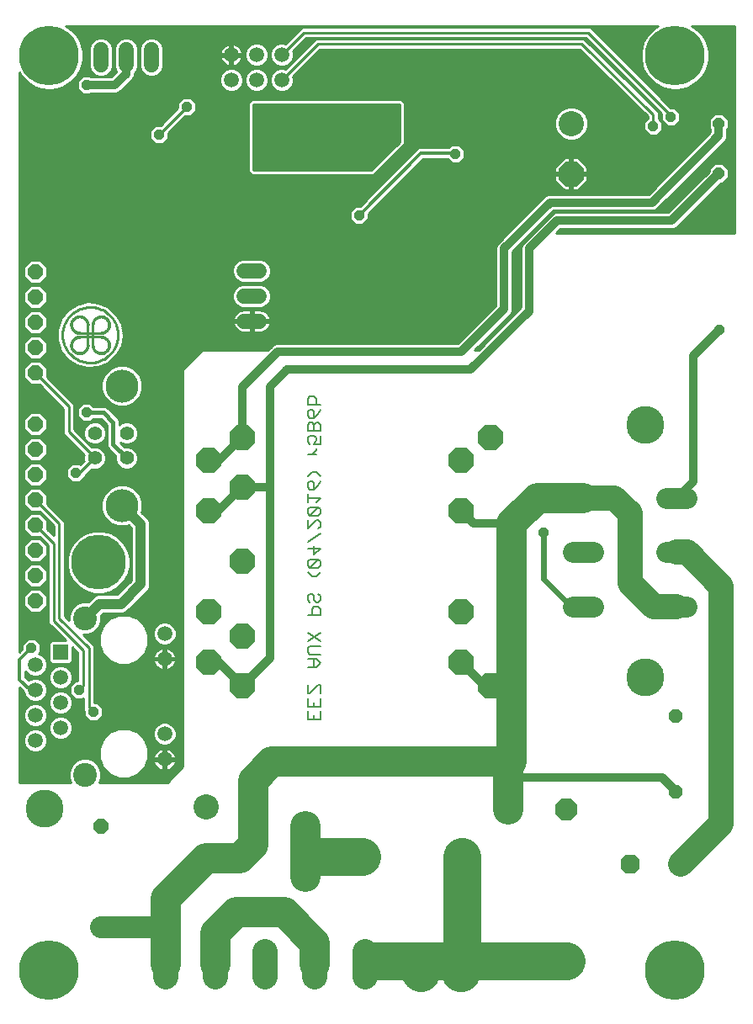
<source format=gbl>
G75*
G70*
%OFA0B0*%
%FSLAX24Y24*%
%IPPOS*%
%LPD*%
%AMOC8*
5,1,8,0,0,1.08239X$1,22.5*
%
%ADD10C,0.0060*%
%ADD11C,0.1000*%
%ADD12OC8,0.1000*%
%ADD13OC8,0.1181*%
%ADD14C,0.0594*%
%ADD15C,0.1000*%
%ADD16OC8,0.0885*%
%ADD17C,0.0100*%
%ADD18C,0.0010*%
%ADD19C,0.0825*%
%ADD20OC8,0.0560*%
%ADD21OC8,0.0760*%
%ADD22C,0.1502*%
%ADD23C,0.0594*%
%ADD24C,0.0560*%
%ADD25C,0.1306*%
%ADD26OC8,0.0594*%
%ADD27R,0.0594X0.0594*%
%ADD28C,0.0945*%
%ADD29OC8,0.0600*%
%ADD30C,0.1200*%
%ADD31R,0.0396X0.0396*%
%ADD32OC8,0.0396*%
%ADD33C,0.2362*%
%ADD34C,0.0320*%
%ADD35C,0.0860*%
%ADD36C,0.1500*%
%ADD37C,0.1500*%
%ADD38C,0.0400*%
%ADD39C,0.0240*%
%ADD40C,0.0120*%
%ADD41C,0.0160*%
%ADD42OC8,0.0436*%
%ADD43C,0.2165*%
D10*
X019595Y016921D02*
X019595Y017255D01*
X019595Y017437D02*
X019595Y017771D01*
X019595Y017953D02*
X019595Y018286D01*
X019595Y017953D02*
X019678Y017953D01*
X020012Y018286D01*
X020095Y018286D01*
X020095Y017953D01*
X020095Y017771D02*
X020095Y017437D01*
X019595Y017437D01*
X019845Y017437D02*
X019845Y017604D01*
X020095Y017255D02*
X020095Y016921D01*
X019595Y016921D01*
X019845Y016921D02*
X019845Y017088D01*
X019845Y018984D02*
X019845Y019318D01*
X019928Y019318D02*
X019595Y019318D01*
X019678Y019500D02*
X019595Y019583D01*
X019595Y019750D01*
X019678Y019833D01*
X020095Y019833D01*
X020095Y020015D02*
X019595Y020349D01*
X019595Y020015D02*
X020095Y020349D01*
X020095Y021046D02*
X019595Y021046D01*
X019761Y021046D02*
X019761Y021297D01*
X019845Y021380D01*
X020012Y021380D01*
X020095Y021297D01*
X020095Y021046D01*
X020012Y021562D02*
X019928Y021562D01*
X019845Y021646D01*
X019845Y021812D01*
X019761Y021896D01*
X019678Y021896D01*
X019595Y021812D01*
X019595Y021646D01*
X019678Y021562D01*
X020012Y021562D02*
X020095Y021646D01*
X020095Y021812D01*
X020012Y021896D01*
X019928Y022593D02*
X019761Y022593D01*
X019595Y022760D01*
X019678Y022937D02*
X020012Y023271D01*
X019678Y023271D01*
X019595Y023187D01*
X019595Y023021D01*
X019678Y022937D01*
X020012Y022937D01*
X020095Y023021D01*
X020095Y023187D01*
X020012Y023271D01*
X019845Y023453D02*
X019845Y023786D01*
X020095Y023703D02*
X019845Y023453D01*
X019595Y023703D02*
X020095Y023703D01*
X019595Y023968D02*
X020095Y024302D01*
X020012Y024484D02*
X020095Y024567D01*
X020095Y024734D01*
X020012Y024818D01*
X019928Y024818D01*
X019595Y024484D01*
X019595Y024818D01*
X019678Y025000D02*
X020012Y025333D01*
X019678Y025333D01*
X019595Y025250D01*
X019595Y025083D01*
X019678Y025000D01*
X020012Y025000D01*
X020095Y025083D01*
X020095Y025250D01*
X020012Y025333D01*
X019928Y025515D02*
X020095Y025682D01*
X019595Y025682D01*
X019595Y025515D02*
X019595Y025849D01*
X019678Y026031D02*
X019595Y026114D01*
X019595Y026281D01*
X019678Y026365D01*
X019761Y026365D01*
X019845Y026281D01*
X019845Y026031D01*
X019678Y026031D01*
X019845Y026031D02*
X020012Y026198D01*
X020095Y026365D01*
X020095Y026547D02*
X019928Y026713D01*
X019761Y026713D01*
X019595Y026547D01*
X019595Y027406D02*
X019928Y027406D01*
X019761Y027406D02*
X019928Y027573D01*
X019928Y027656D01*
X019845Y027836D02*
X019928Y028003D01*
X019928Y028086D01*
X019845Y028169D01*
X019678Y028169D01*
X019595Y028086D01*
X019595Y027919D01*
X019678Y027836D01*
X019845Y027836D02*
X020095Y027836D01*
X020095Y028169D01*
X020095Y028351D02*
X020095Y028602D01*
X020012Y028685D01*
X019928Y028685D01*
X019845Y028602D01*
X019845Y028351D01*
X019595Y028351D02*
X020095Y028351D01*
X019845Y028602D02*
X019761Y028685D01*
X019678Y028685D01*
X019595Y028602D01*
X019595Y028351D01*
X019678Y028867D02*
X019595Y028950D01*
X019595Y029117D01*
X019678Y029201D01*
X019761Y029201D01*
X019845Y029117D01*
X019845Y028867D01*
X019678Y028867D01*
X019845Y028867D02*
X020012Y029034D01*
X020095Y029201D01*
X020095Y029383D02*
X019595Y029383D01*
X019595Y029633D01*
X019678Y029716D01*
X019845Y029716D01*
X019928Y029633D01*
X019928Y029383D01*
X020095Y022760D02*
X019928Y022593D01*
X020095Y019500D02*
X019678Y019500D01*
X019928Y019318D02*
X020095Y019151D01*
X019928Y018984D01*
X019595Y018984D01*
D11*
X015587Y013451D03*
X015587Y011426D03*
X019524Y010678D03*
X019524Y012703D03*
X021756Y011487D03*
X025693Y011487D03*
X030040Y040528D03*
D12*
X030040Y038528D03*
X026852Y028098D03*
X025681Y027177D03*
X025681Y025177D03*
X025681Y021177D03*
X025681Y019177D03*
X026852Y018256D03*
X017009Y018256D03*
X015681Y019177D03*
X017009Y020224D03*
X015681Y021177D03*
X017009Y023177D03*
X015681Y025177D03*
X017009Y026130D03*
X015681Y027177D03*
X017009Y028098D03*
D13*
X024906Y037302D03*
D14*
X017677Y034702D02*
X017084Y034702D01*
X017084Y033702D02*
X017677Y033702D01*
X017677Y032702D02*
X017084Y032702D01*
X013406Y042855D02*
X013406Y043449D01*
X012406Y043449D02*
X012406Y042855D01*
X011406Y042855D02*
X011406Y043449D01*
D15*
X030506Y025702D02*
X031756Y025702D01*
X032381Y025077D01*
X032381Y022327D01*
X033306Y021402D01*
X034206Y021402D01*
X035981Y022202D02*
X034631Y023552D01*
X034206Y023552D01*
X035981Y022202D02*
X035981Y012802D01*
X034381Y011202D01*
X021859Y007734D02*
X021859Y006734D01*
X019890Y006734D02*
X019890Y007734D01*
X017922Y007734D02*
X017922Y006734D01*
X015953Y006734D02*
X015953Y007734D01*
X013985Y007734D02*
X013985Y006734D01*
D16*
X027535Y007362D03*
X029841Y007362D03*
X029841Y013362D03*
X027535Y013362D03*
D17*
X014656Y015052D02*
X014031Y014427D01*
X011344Y014427D01*
X011418Y014604D01*
X011418Y014859D01*
X011320Y015095D01*
X011139Y015276D01*
X010903Y015374D01*
X010647Y015374D01*
X010411Y015276D01*
X010230Y015095D01*
X010133Y014859D01*
X010133Y014604D01*
X010206Y014427D01*
X008169Y014427D01*
X008169Y018189D01*
X008340Y018018D01*
X008340Y017989D01*
X008411Y017817D01*
X008542Y017686D01*
X008714Y017615D01*
X008899Y017615D01*
X009071Y017686D01*
X009202Y017817D01*
X009273Y017989D01*
X009273Y018175D01*
X009202Y018346D01*
X009071Y018478D01*
X008899Y018549D01*
X008714Y018549D01*
X008542Y018478D01*
X008536Y018472D01*
X008411Y018597D01*
X008411Y018818D01*
X008411Y018817D01*
X008542Y018686D01*
X008714Y018615D01*
X008899Y018615D01*
X009071Y018686D01*
X009202Y018817D01*
X009273Y018989D01*
X009273Y019175D01*
X009202Y019346D01*
X009071Y019478D01*
X008951Y019527D01*
X009024Y019600D01*
X009024Y019905D01*
X008808Y020120D01*
X008503Y020120D01*
X008287Y019905D01*
X008287Y019709D01*
X008169Y019591D01*
X008169Y042555D01*
X008262Y042393D01*
X008514Y042141D01*
X008822Y041963D01*
X009166Y041871D01*
X009521Y041871D01*
X009865Y041963D01*
X010173Y042141D01*
X010425Y042393D01*
X010603Y042701D01*
X010695Y043045D01*
X010695Y043400D01*
X010603Y043744D01*
X010425Y044052D01*
X010173Y044304D01*
X010011Y044397D01*
X033479Y044397D01*
X033317Y044304D01*
X033066Y044052D01*
X032888Y043744D01*
X032796Y043400D01*
X032796Y043045D01*
X032888Y042701D01*
X033066Y042393D01*
X033317Y042141D01*
X033625Y041963D01*
X033969Y041871D01*
X034325Y041871D01*
X034668Y041963D01*
X034976Y042141D01*
X035228Y042393D01*
X035406Y042701D01*
X035498Y043045D01*
X035498Y043400D01*
X035406Y043744D01*
X035228Y044052D01*
X034976Y044304D01*
X034814Y044397D01*
X036503Y044397D01*
X036503Y036177D01*
X029447Y036177D01*
X029617Y036347D01*
X034071Y036347D01*
X034193Y036397D01*
X035959Y038164D01*
X036041Y038164D01*
X036268Y038392D01*
X036268Y038713D01*
X036041Y038940D01*
X035720Y038940D01*
X035493Y038713D01*
X035493Y038631D01*
X033869Y037007D01*
X029415Y037007D01*
X029294Y036957D01*
X029201Y036864D01*
X028194Y035857D01*
X028101Y035764D01*
X028051Y035643D01*
X028051Y033239D01*
X026364Y031552D01*
X026222Y031552D01*
X027568Y032897D01*
X027660Y032990D01*
X027711Y033112D01*
X027711Y035440D01*
X029342Y037072D01*
X033296Y037072D01*
X033418Y037122D01*
X033510Y037215D01*
X036160Y039865D01*
X036211Y039987D01*
X036211Y040309D01*
X036268Y040367D01*
X036268Y040688D01*
X036041Y040915D01*
X035720Y040915D01*
X035493Y040688D01*
X035493Y040367D01*
X035551Y040309D01*
X035551Y040189D01*
X033094Y037732D01*
X029140Y037732D01*
X029019Y037682D01*
X027101Y035764D01*
X027051Y035643D01*
X027051Y033314D01*
X025544Y031807D01*
X018340Y031807D01*
X018219Y031757D01*
X018126Y031664D01*
X018014Y031552D01*
X015406Y031552D01*
X014656Y030802D01*
X014656Y015052D01*
X014656Y015080D02*
X014287Y015080D01*
X014307Y015108D02*
X014339Y015170D01*
X014361Y015237D01*
X014369Y015293D01*
X013973Y015293D01*
X013973Y014897D01*
X014029Y014906D01*
X014096Y014928D01*
X014159Y014960D01*
X014216Y015001D01*
X014266Y015051D01*
X014307Y015108D01*
X014342Y015179D02*
X014656Y015179D01*
X014656Y015277D02*
X014367Y015277D01*
X014369Y015390D02*
X013973Y015390D01*
X013973Y015293D01*
X013876Y015293D01*
X013876Y014897D01*
X013820Y014906D01*
X013753Y014928D01*
X013690Y014960D01*
X013634Y015001D01*
X013584Y015051D01*
X013542Y015108D01*
X013511Y015170D01*
X013489Y015237D01*
X013480Y015293D01*
X013876Y015293D01*
X013876Y015390D01*
X013480Y015390D01*
X013489Y015446D01*
X013511Y015513D01*
X013542Y015576D01*
X013584Y015633D01*
X013634Y015683D01*
X013690Y015724D01*
X013753Y015756D01*
X013820Y015778D01*
X013876Y015786D01*
X013876Y015390D01*
X013973Y015390D01*
X013973Y015786D01*
X014029Y015778D01*
X014096Y015756D01*
X014159Y015724D01*
X014216Y015683D01*
X014266Y015633D01*
X014307Y015576D01*
X014339Y015513D01*
X014361Y015446D01*
X014369Y015390D01*
X014351Y015474D02*
X014656Y015474D01*
X014656Y015376D02*
X013973Y015376D01*
X013876Y015376D02*
X013282Y015376D01*
X013286Y015387D02*
X013137Y015027D01*
X012862Y014751D01*
X012501Y014602D01*
X012112Y014602D01*
X011751Y014751D01*
X011476Y015027D01*
X011327Y015387D01*
X011327Y015777D01*
X011476Y016137D01*
X011751Y016413D01*
X012112Y016562D01*
X012501Y016562D01*
X012862Y016413D01*
X013137Y016137D01*
X013286Y015777D01*
X013286Y015387D01*
X013286Y015474D02*
X013498Y015474D01*
X013541Y015573D02*
X013286Y015573D01*
X013286Y015671D02*
X013622Y015671D01*
X013796Y015770D02*
X013286Y015770D01*
X013249Y015868D02*
X014656Y015868D01*
X014656Y015770D02*
X014054Y015770D01*
X013973Y015770D02*
X013876Y015770D01*
X013876Y015671D02*
X013973Y015671D01*
X013973Y015573D02*
X013876Y015573D01*
X013876Y015474D02*
X013973Y015474D01*
X013973Y015277D02*
X013876Y015277D01*
X013876Y015179D02*
X013973Y015179D01*
X013973Y015080D02*
X013876Y015080D01*
X013876Y014982D02*
X013973Y014982D01*
X014189Y014982D02*
X014585Y014982D01*
X014487Y014883D02*
X012994Y014883D01*
X013092Y014982D02*
X013660Y014982D01*
X013562Y015080D02*
X013159Y015080D01*
X013200Y015179D02*
X013508Y015179D01*
X013482Y015277D02*
X013241Y015277D01*
X012895Y014785D02*
X014388Y014785D01*
X014290Y014686D02*
X012705Y014686D01*
X011908Y014686D02*
X011418Y014686D01*
X011411Y014588D02*
X014191Y014588D01*
X014093Y014489D02*
X011370Y014489D01*
X011418Y014785D02*
X011718Y014785D01*
X011619Y014883D02*
X011408Y014883D01*
X011367Y014982D02*
X011521Y014982D01*
X011454Y015080D02*
X011326Y015080D01*
X011413Y015179D02*
X011236Y015179D01*
X011136Y015277D02*
X011372Y015277D01*
X011331Y015376D02*
X008169Y015376D01*
X008169Y015474D02*
X011327Y015474D01*
X011327Y015573D02*
X008169Y015573D01*
X008169Y015671D02*
X008578Y015671D01*
X008542Y015686D02*
X008714Y015615D01*
X008899Y015615D01*
X009071Y015686D01*
X009202Y015817D01*
X009273Y015989D01*
X009273Y016175D01*
X009202Y016346D01*
X009071Y016478D01*
X008899Y016549D01*
X008714Y016549D01*
X008542Y016478D01*
X008411Y016346D01*
X008340Y016175D01*
X008340Y015989D01*
X008411Y015817D01*
X008542Y015686D01*
X008459Y015770D02*
X008169Y015770D01*
X008169Y015868D02*
X008390Y015868D01*
X008349Y015967D02*
X008169Y015967D01*
X008169Y016065D02*
X008340Y016065D01*
X008340Y016164D02*
X008169Y016164D01*
X008169Y016262D02*
X008376Y016262D01*
X008425Y016361D02*
X008169Y016361D01*
X008169Y016459D02*
X008524Y016459D01*
X008614Y016656D02*
X008169Y016656D01*
X008169Y016558D02*
X009340Y016558D01*
X009340Y016489D02*
X009411Y016317D01*
X009542Y016186D01*
X009714Y016115D01*
X009899Y016115D01*
X010071Y016186D01*
X010202Y016317D01*
X010273Y016489D01*
X010273Y016675D01*
X010202Y016846D01*
X010071Y016978D01*
X009899Y017049D01*
X009714Y017049D01*
X009542Y016978D01*
X009411Y016846D01*
X009340Y016675D01*
X009340Y016489D01*
X009352Y016459D02*
X009089Y016459D01*
X009188Y016361D02*
X009393Y016361D01*
X009466Y016262D02*
X009237Y016262D01*
X009273Y016164D02*
X009596Y016164D01*
X009273Y016065D02*
X011446Y016065D01*
X011405Y015967D02*
X009264Y015967D01*
X009223Y015868D02*
X011364Y015868D01*
X011327Y015770D02*
X009155Y015770D01*
X009035Y015671D02*
X011327Y015671D01*
X011503Y016164D02*
X010017Y016164D01*
X010147Y016262D02*
X011601Y016262D01*
X011700Y016361D02*
X010220Y016361D01*
X010261Y016459D02*
X011864Y016459D01*
X012102Y016558D02*
X010273Y016558D01*
X010273Y016656D02*
X013579Y016656D01*
X013529Y016606D02*
X013458Y016435D01*
X013458Y016249D01*
X013529Y016077D01*
X013660Y015946D01*
X013832Y015875D01*
X014018Y015875D01*
X014189Y015946D01*
X014320Y016077D01*
X014392Y016249D01*
X014392Y016435D01*
X014320Y016606D01*
X014189Y016738D01*
X014018Y016809D01*
X013832Y016809D01*
X013660Y016738D01*
X013529Y016606D01*
X013509Y016558D02*
X012511Y016558D01*
X012749Y016459D02*
X013468Y016459D01*
X013458Y016361D02*
X012914Y016361D01*
X013012Y016262D02*
X013458Y016262D01*
X013493Y016164D02*
X013111Y016164D01*
X013167Y016065D02*
X013541Y016065D01*
X013639Y015967D02*
X013208Y015967D01*
X013702Y016755D02*
X010240Y016755D01*
X010195Y016853D02*
X014656Y016853D01*
X014656Y016755D02*
X014148Y016755D01*
X014270Y016656D02*
X014656Y016656D01*
X014656Y016558D02*
X014341Y016558D01*
X014381Y016459D02*
X014656Y016459D01*
X014656Y016361D02*
X014392Y016361D01*
X014392Y016262D02*
X014656Y016262D01*
X014656Y016164D02*
X014356Y016164D01*
X014308Y016065D02*
X014656Y016065D01*
X014656Y015967D02*
X014210Y015967D01*
X014227Y015671D02*
X014656Y015671D01*
X014656Y015573D02*
X014309Y015573D01*
X014656Y016952D02*
X011351Y016952D01*
X011258Y016859D02*
X011474Y017075D01*
X011474Y017380D01*
X011258Y017595D01*
X011151Y017595D01*
X011151Y019843D01*
X010704Y020290D01*
X010903Y020290D01*
X011139Y020388D01*
X011320Y020568D01*
X011418Y020804D01*
X011418Y021041D01*
X011509Y021132D01*
X012279Y021132D01*
X012415Y021188D01*
X013294Y022068D01*
X013351Y022204D01*
X013351Y024723D01*
X013294Y024859D01*
X013016Y025138D01*
X013055Y025234D01*
X013055Y025561D01*
X012930Y025864D01*
X012699Y026095D01*
X012396Y026221D01*
X012069Y026221D01*
X011766Y026095D01*
X011535Y025864D01*
X011410Y025561D01*
X011410Y025234D01*
X011535Y024932D01*
X011766Y024700D01*
X012069Y024575D01*
X012396Y024575D01*
X012492Y024615D01*
X012611Y024497D01*
X012611Y022430D01*
X012052Y021872D01*
X011282Y021872D01*
X011146Y021816D01*
X011042Y021712D01*
X010904Y021574D01*
X010903Y021575D01*
X010647Y021575D01*
X010411Y021477D01*
X010230Y021296D01*
X010133Y021060D01*
X010133Y020861D01*
X009976Y021018D01*
X009976Y024768D01*
X009272Y025471D01*
X009272Y025821D01*
X008999Y026094D01*
X008612Y026094D01*
X008339Y025821D01*
X008339Y025434D01*
X008612Y025160D01*
X008961Y025160D01*
X009536Y024586D01*
X009536Y024208D01*
X009272Y024471D01*
X009272Y024821D01*
X008999Y025094D01*
X008612Y025094D01*
X008339Y024821D01*
X008339Y024434D01*
X008612Y024160D01*
X008961Y024160D01*
X009311Y023811D01*
X009311Y020736D01*
X009439Y020607D01*
X009998Y020049D01*
X009439Y020049D01*
X009340Y019949D01*
X009340Y019215D01*
X009439Y019115D01*
X010174Y019115D01*
X010273Y019215D01*
X010273Y019773D01*
X010486Y019561D01*
X010486Y018470D01*
X010378Y018470D01*
X010162Y018255D01*
X010162Y017950D01*
X010378Y017734D01*
X010683Y017734D01*
X010711Y017762D01*
X010711Y017459D01*
X010704Y017451D01*
X010711Y017369D01*
X010711Y017286D01*
X010717Y017279D01*
X010718Y017269D01*
X010737Y017253D01*
X010737Y017075D01*
X010953Y016859D01*
X011258Y016859D01*
X011449Y017050D02*
X014656Y017050D01*
X014656Y017149D02*
X011474Y017149D01*
X011474Y017247D02*
X014656Y017247D01*
X014656Y017346D02*
X011474Y017346D01*
X011409Y017444D02*
X014656Y017444D01*
X014656Y017543D02*
X011311Y017543D01*
X011151Y017641D02*
X014656Y017641D01*
X014656Y017740D02*
X011151Y017740D01*
X011151Y017838D02*
X014656Y017838D01*
X014656Y017937D02*
X011151Y017937D01*
X011151Y018035D02*
X014656Y018035D01*
X014656Y018134D02*
X011151Y018134D01*
X011151Y018232D02*
X014656Y018232D01*
X014656Y018331D02*
X011151Y018331D01*
X011151Y018429D02*
X014656Y018429D01*
X014656Y018528D02*
X011151Y018528D01*
X011151Y018626D02*
X014656Y018626D01*
X014656Y018725D02*
X011151Y018725D01*
X011151Y018823D02*
X014656Y018823D01*
X014656Y018922D02*
X014123Y018922D01*
X014096Y018908D02*
X014159Y018940D01*
X014216Y018981D01*
X014266Y019031D01*
X014307Y019088D01*
X014339Y019151D01*
X014361Y019217D01*
X014360Y019217D02*
X014656Y019217D01*
X014656Y019119D02*
X014323Y019119D01*
X014361Y019217D02*
X014369Y019274D01*
X013973Y019274D01*
X013973Y019370D01*
X014369Y019370D01*
X014361Y019427D01*
X014339Y019494D01*
X014307Y019556D01*
X014266Y019613D01*
X014216Y019663D01*
X014159Y019704D01*
X014096Y019736D01*
X014029Y019758D01*
X013973Y019767D01*
X013973Y019370D01*
X013876Y019370D01*
X013876Y019274D01*
X013480Y019274D01*
X013489Y019217D01*
X012780Y019217D01*
X012862Y019251D02*
X013137Y019527D01*
X013286Y019887D01*
X013286Y020277D01*
X013137Y020637D01*
X012862Y020913D01*
X012501Y021062D01*
X012112Y021062D01*
X011751Y020913D01*
X011476Y020637D01*
X011327Y020277D01*
X011327Y019887D01*
X011476Y019527D01*
X011751Y019251D01*
X012112Y019102D01*
X012501Y019102D01*
X012862Y019251D01*
X012926Y019316D02*
X013876Y019316D01*
X013876Y019274D02*
X013973Y019274D01*
X013973Y018877D01*
X014029Y018886D01*
X014096Y018908D01*
X013973Y018922D02*
X013876Y018922D01*
X013876Y018877D02*
X013876Y019274D01*
X013876Y019217D02*
X013973Y019217D01*
X013973Y019119D02*
X013876Y019119D01*
X013876Y019020D02*
X013973Y019020D01*
X013876Y018877D02*
X013820Y018886D01*
X013753Y018908D01*
X013690Y018940D01*
X013634Y018981D01*
X013584Y019031D01*
X013542Y019088D01*
X013511Y019151D01*
X013489Y019217D01*
X013527Y019119D02*
X012542Y019119D01*
X012071Y019119D02*
X011151Y019119D01*
X011151Y019217D02*
X011833Y019217D01*
X011687Y019316D02*
X011151Y019316D01*
X011151Y019414D02*
X011588Y019414D01*
X011490Y019513D02*
X011151Y019513D01*
X011151Y019611D02*
X011441Y019611D01*
X011400Y019710D02*
X011151Y019710D01*
X011151Y019808D02*
X011359Y019808D01*
X011327Y019907D02*
X011087Y019907D01*
X010989Y020005D02*
X011327Y020005D01*
X011327Y020104D02*
X010890Y020104D01*
X010792Y020202D02*
X011327Y020202D01*
X011337Y020301D02*
X010929Y020301D01*
X011151Y020399D02*
X011377Y020399D01*
X011418Y020498D02*
X011249Y020498D01*
X011331Y020596D02*
X011459Y020596D01*
X011534Y020695D02*
X011372Y020695D01*
X011413Y020793D02*
X011632Y020793D01*
X011731Y020892D02*
X011418Y020892D01*
X011418Y020990D02*
X011939Y020990D01*
X012412Y021187D02*
X014656Y021187D01*
X014656Y021089D02*
X011465Y021089D01*
X010911Y021581D02*
X009976Y021581D01*
X009976Y021483D02*
X010425Y021483D01*
X010318Y021384D02*
X009976Y021384D01*
X009976Y021286D02*
X010226Y021286D01*
X010185Y021187D02*
X009976Y021187D01*
X009976Y021089D02*
X010144Y021089D01*
X010133Y020990D02*
X010004Y020990D01*
X010102Y020892D02*
X010133Y020892D01*
X009756Y020927D02*
X009756Y024677D01*
X008806Y025627D01*
X009272Y025620D02*
X011434Y025620D01*
X011410Y025521D02*
X009272Y025521D01*
X009321Y025423D02*
X011410Y025423D01*
X011410Y025324D02*
X009420Y025324D01*
X009518Y025226D02*
X011413Y025226D01*
X011454Y025127D02*
X009617Y025127D01*
X009715Y025029D02*
X011495Y025029D01*
X011537Y024930D02*
X009814Y024930D01*
X009912Y024832D02*
X011635Y024832D01*
X011734Y024733D02*
X009976Y024733D01*
X009976Y024635D02*
X011925Y024635D01*
X011796Y024311D02*
X011477Y024396D01*
X011147Y024396D01*
X010829Y024311D01*
X010543Y024146D01*
X010310Y023913D01*
X010145Y023627D01*
X010059Y023309D01*
X010059Y022979D01*
X010145Y022660D01*
X010310Y022375D01*
X010543Y022141D01*
X010829Y021976D01*
X011147Y021891D01*
X011477Y021891D01*
X011796Y021976D01*
X012081Y022141D01*
X012314Y022375D01*
X012479Y022660D01*
X012565Y022979D01*
X012565Y023309D01*
X012479Y023627D01*
X012314Y023913D01*
X012081Y024146D01*
X011796Y024311D01*
X011690Y024339D02*
X012611Y024339D01*
X012611Y024241D02*
X011917Y024241D01*
X012085Y024142D02*
X012611Y024142D01*
X012611Y024044D02*
X012184Y024044D01*
X012282Y023945D02*
X012611Y023945D01*
X012611Y023847D02*
X012353Y023847D01*
X012410Y023748D02*
X012611Y023748D01*
X012611Y023650D02*
X012466Y023650D01*
X012500Y023551D02*
X012611Y023551D01*
X012611Y023453D02*
X012526Y023453D01*
X012553Y023354D02*
X012611Y023354D01*
X012611Y023256D02*
X012565Y023256D01*
X012565Y023157D02*
X012611Y023157D01*
X012611Y023059D02*
X012565Y023059D01*
X012560Y022960D02*
X012611Y022960D01*
X012611Y022862D02*
X012533Y022862D01*
X012507Y022763D02*
X012611Y022763D01*
X012611Y022665D02*
X012481Y022665D01*
X012425Y022566D02*
X012611Y022566D01*
X012611Y022468D02*
X012368Y022468D01*
X012309Y022369D02*
X012549Y022369D01*
X012451Y022271D02*
X012211Y022271D01*
X012112Y022172D02*
X012352Y022172D01*
X012254Y022074D02*
X011964Y022074D01*
X011791Y021975D02*
X012155Y021975D01*
X012057Y021877D02*
X009976Y021877D01*
X009976Y021975D02*
X010833Y021975D01*
X010660Y022074D02*
X009976Y022074D01*
X009976Y022172D02*
X010512Y022172D01*
X010414Y022271D02*
X009976Y022271D01*
X009976Y022369D02*
X010315Y022369D01*
X010256Y022468D02*
X009976Y022468D01*
X009976Y022566D02*
X010199Y022566D01*
X010144Y022665D02*
X009976Y022665D01*
X009976Y022763D02*
X010117Y022763D01*
X010091Y022862D02*
X009976Y022862D01*
X009976Y022960D02*
X010064Y022960D01*
X010059Y023059D02*
X009976Y023059D01*
X009976Y023157D02*
X010059Y023157D01*
X010059Y023256D02*
X009976Y023256D01*
X009976Y023354D02*
X010072Y023354D01*
X010098Y023453D02*
X009976Y023453D01*
X009976Y023551D02*
X010124Y023551D01*
X010158Y023650D02*
X009976Y023650D01*
X009976Y023748D02*
X010215Y023748D01*
X010271Y023847D02*
X009976Y023847D01*
X009976Y023945D02*
X010342Y023945D01*
X010441Y024044D02*
X009976Y024044D01*
X009976Y024142D02*
X010539Y024142D01*
X010707Y024241D02*
X009976Y024241D01*
X009976Y024339D02*
X010934Y024339D01*
X009976Y024438D02*
X012611Y024438D01*
X012571Y024536D02*
X009976Y024536D01*
X009536Y024536D02*
X009272Y024536D01*
X009272Y024635D02*
X009487Y024635D01*
X009388Y024733D02*
X009272Y024733D01*
X009261Y024832D02*
X009290Y024832D01*
X009191Y024930D02*
X009163Y024930D01*
X009093Y025029D02*
X009064Y025029D01*
X008994Y025127D02*
X008169Y025127D01*
X008169Y025029D02*
X008547Y025029D01*
X008448Y024930D02*
X008169Y024930D01*
X008169Y024832D02*
X008350Y024832D01*
X008339Y024733D02*
X008169Y024733D01*
X008169Y024635D02*
X008339Y024635D01*
X008339Y024536D02*
X008169Y024536D01*
X008169Y024438D02*
X008339Y024438D01*
X008433Y024339D02*
X008169Y024339D01*
X008169Y024241D02*
X008532Y024241D01*
X008612Y024094D02*
X008339Y023821D01*
X008339Y023434D01*
X008612Y023160D01*
X008999Y023160D01*
X009272Y023434D01*
X009272Y023821D01*
X008999Y024094D01*
X008612Y024094D01*
X008562Y024044D02*
X008169Y024044D01*
X008169Y024142D02*
X008979Y024142D01*
X009049Y024044D02*
X009078Y024044D01*
X009148Y023945D02*
X009176Y023945D01*
X009246Y023847D02*
X009275Y023847D01*
X009272Y023748D02*
X009311Y023748D01*
X009311Y023650D02*
X009272Y023650D01*
X009272Y023551D02*
X009311Y023551D01*
X009311Y023453D02*
X009272Y023453D01*
X009311Y023354D02*
X009193Y023354D01*
X009094Y023256D02*
X009311Y023256D01*
X009311Y023157D02*
X008169Y023157D01*
X008169Y023059D02*
X008577Y023059D01*
X008612Y023094D02*
X008339Y022821D01*
X008339Y022434D01*
X008612Y022160D01*
X008999Y022160D01*
X009272Y022434D01*
X009272Y022821D01*
X008999Y023094D01*
X008612Y023094D01*
X008517Y023256D02*
X008169Y023256D01*
X008169Y023354D02*
X008418Y023354D01*
X008339Y023453D02*
X008169Y023453D01*
X008169Y023551D02*
X008339Y023551D01*
X008339Y023650D02*
X008169Y023650D01*
X008169Y023748D02*
X008339Y023748D01*
X008365Y023847D02*
X008169Y023847D01*
X008169Y023945D02*
X008463Y023945D01*
X008806Y024627D02*
X009531Y023902D01*
X009531Y020827D01*
X010706Y019652D01*
X010706Y018277D01*
X010531Y018102D01*
X010274Y017838D02*
X010206Y017838D01*
X010202Y017846D02*
X010071Y017978D01*
X009899Y018049D01*
X009714Y018049D01*
X009542Y017978D01*
X009411Y017846D01*
X009340Y017675D01*
X009340Y017489D01*
X009411Y017317D01*
X009542Y017186D01*
X009714Y017115D01*
X009899Y017115D01*
X010071Y017186D01*
X010202Y017317D01*
X010273Y017489D01*
X010273Y017675D01*
X010202Y017846D01*
X010175Y017937D02*
X010112Y017937D01*
X010162Y018035D02*
X009932Y018035D01*
X009899Y018115D02*
X010071Y018186D01*
X010202Y018317D01*
X010273Y018489D01*
X010273Y018675D01*
X010202Y018846D01*
X010071Y018978D01*
X009899Y019049D01*
X009714Y019049D01*
X009542Y018978D01*
X009411Y018846D01*
X009340Y018675D01*
X009340Y018489D01*
X009411Y018317D01*
X009542Y018186D01*
X009714Y018115D01*
X009899Y018115D01*
X009944Y018134D02*
X010162Y018134D01*
X010162Y018232D02*
X010117Y018232D01*
X010208Y018331D02*
X010239Y018331D01*
X010249Y018429D02*
X010337Y018429D01*
X010273Y018528D02*
X010486Y018528D01*
X010486Y018626D02*
X010273Y018626D01*
X010253Y018725D02*
X010486Y018725D01*
X010486Y018823D02*
X010212Y018823D01*
X010127Y018922D02*
X010486Y018922D01*
X010486Y019020D02*
X009968Y019020D01*
X010177Y019119D02*
X010486Y019119D01*
X010486Y019217D02*
X010273Y019217D01*
X010273Y019316D02*
X010486Y019316D01*
X010486Y019414D02*
X010273Y019414D01*
X010273Y019513D02*
X010486Y019513D01*
X010435Y019611D02*
X010273Y019611D01*
X010273Y019710D02*
X010337Y019710D01*
X009943Y020104D02*
X008825Y020104D01*
X008923Y020005D02*
X009396Y020005D01*
X009340Y019907D02*
X009022Y019907D01*
X009024Y019808D02*
X009340Y019808D01*
X009340Y019710D02*
X009024Y019710D01*
X009024Y019611D02*
X009340Y019611D01*
X009340Y019513D02*
X008986Y019513D01*
X009134Y019414D02*
X009340Y019414D01*
X009340Y019316D02*
X009215Y019316D01*
X009256Y019217D02*
X009340Y019217D01*
X009273Y019119D02*
X009436Y019119D01*
X009273Y019020D02*
X009645Y019020D01*
X009486Y018922D02*
X009246Y018922D01*
X009205Y018823D02*
X009401Y018823D01*
X009360Y018725D02*
X009110Y018725D01*
X008926Y018626D02*
X009340Y018626D01*
X009340Y018528D02*
X008950Y018528D01*
X009119Y018429D02*
X009364Y018429D01*
X009405Y018331D02*
X009209Y018331D01*
X009250Y018232D02*
X009496Y018232D01*
X009669Y018134D02*
X009273Y018134D01*
X009273Y018035D02*
X009681Y018035D01*
X009501Y017937D02*
X009252Y017937D01*
X009211Y017838D02*
X009407Y017838D01*
X009367Y017740D02*
X009125Y017740D01*
X008963Y017641D02*
X009340Y017641D01*
X009340Y017543D02*
X008914Y017543D01*
X008899Y017549D02*
X008714Y017549D01*
X008542Y017478D01*
X008411Y017346D01*
X008340Y017175D01*
X008340Y016989D01*
X008411Y016817D01*
X008542Y016686D01*
X008714Y016615D01*
X008899Y016615D01*
X009071Y016686D01*
X009202Y016817D01*
X009273Y016989D01*
X009273Y017175D01*
X009202Y017346D01*
X009071Y017478D01*
X008899Y017549D01*
X008699Y017543D02*
X008169Y017543D01*
X008169Y017641D02*
X008651Y017641D01*
X008489Y017740D02*
X008169Y017740D01*
X008169Y017838D02*
X008402Y017838D01*
X008361Y017937D02*
X008169Y017937D01*
X008169Y018035D02*
X008322Y018035D01*
X008224Y018134D02*
X008169Y018134D01*
X008480Y018528D02*
X008663Y018528D01*
X008687Y018626D02*
X008411Y018626D01*
X008411Y018725D02*
X008504Y018725D01*
X008189Y019611D02*
X008169Y019611D01*
X008169Y019710D02*
X008287Y019710D01*
X008287Y019808D02*
X008169Y019808D01*
X008169Y019907D02*
X008290Y019907D01*
X008388Y020005D02*
X008169Y020005D01*
X008169Y020104D02*
X008487Y020104D01*
X008169Y020202D02*
X009844Y020202D01*
X009746Y020301D02*
X008169Y020301D01*
X008169Y020399D02*
X009647Y020399D01*
X009549Y020498D02*
X008169Y020498D01*
X008169Y020596D02*
X009450Y020596D01*
X009352Y020695D02*
X008169Y020695D01*
X008169Y020793D02*
X009311Y020793D01*
X009311Y020892D02*
X008169Y020892D01*
X008169Y020990D02*
X009311Y020990D01*
X009311Y021089D02*
X008169Y021089D01*
X008169Y021187D02*
X008585Y021187D01*
X008612Y021160D02*
X008999Y021160D01*
X009272Y021434D01*
X009272Y021821D01*
X008999Y022094D01*
X008612Y022094D01*
X008339Y021821D01*
X008339Y021434D01*
X008612Y021160D01*
X008487Y021286D02*
X008169Y021286D01*
X008169Y021384D02*
X008388Y021384D01*
X008339Y021483D02*
X008169Y021483D01*
X008169Y021581D02*
X008339Y021581D01*
X008339Y021680D02*
X008169Y021680D01*
X008169Y021778D02*
X008339Y021778D01*
X008395Y021877D02*
X008169Y021877D01*
X008169Y021975D02*
X008493Y021975D01*
X008592Y022074D02*
X008169Y022074D01*
X008169Y022172D02*
X008600Y022172D01*
X008502Y022271D02*
X008169Y022271D01*
X008169Y022369D02*
X008403Y022369D01*
X008339Y022468D02*
X008169Y022468D01*
X008169Y022566D02*
X008339Y022566D01*
X008339Y022665D02*
X008169Y022665D01*
X008169Y022763D02*
X008339Y022763D01*
X008380Y022862D02*
X008169Y022862D01*
X008169Y022960D02*
X008478Y022960D01*
X009034Y023059D02*
X009311Y023059D01*
X009311Y022960D02*
X009133Y022960D01*
X009231Y022862D02*
X009311Y022862D01*
X009311Y022763D02*
X009272Y022763D01*
X009272Y022665D02*
X009311Y022665D01*
X009311Y022566D02*
X009272Y022566D01*
X009272Y022468D02*
X009311Y022468D01*
X009311Y022369D02*
X009208Y022369D01*
X009109Y022271D02*
X009311Y022271D01*
X009311Y022172D02*
X009011Y022172D01*
X009019Y022074D02*
X009311Y022074D01*
X009311Y021975D02*
X009118Y021975D01*
X009216Y021877D02*
X009311Y021877D01*
X009311Y021778D02*
X009272Y021778D01*
X009272Y021680D02*
X009311Y021680D01*
X009311Y021581D02*
X009272Y021581D01*
X009272Y021483D02*
X009311Y021483D01*
X009311Y021384D02*
X009223Y021384D01*
X009311Y021286D02*
X009124Y021286D01*
X009026Y021187D02*
X009311Y021187D01*
X009756Y020927D02*
X010931Y019752D01*
X010931Y017377D01*
X011106Y017227D01*
X010860Y016952D02*
X010097Y016952D01*
X009981Y017149D02*
X010737Y017149D01*
X010737Y017247D02*
X010132Y017247D01*
X010214Y017346D02*
X010711Y017346D01*
X010705Y017444D02*
X010255Y017444D01*
X010273Y017543D02*
X010711Y017543D01*
X010711Y017641D02*
X010273Y017641D01*
X010247Y017740D02*
X010372Y017740D01*
X010689Y017740D02*
X010711Y017740D01*
X010762Y017050D02*
X009273Y017050D01*
X009273Y017149D02*
X009632Y017149D01*
X009481Y017247D02*
X009243Y017247D01*
X009203Y017346D02*
X009399Y017346D01*
X009358Y017444D02*
X009104Y017444D01*
X009258Y016952D02*
X009516Y016952D01*
X009418Y016853D02*
X009217Y016853D01*
X009140Y016755D02*
X009373Y016755D01*
X009340Y016656D02*
X008999Y016656D01*
X008474Y016755D02*
X008169Y016755D01*
X008169Y016853D02*
X008396Y016853D01*
X008355Y016952D02*
X008169Y016952D01*
X008169Y017050D02*
X008340Y017050D01*
X008340Y017149D02*
X008169Y017149D01*
X008169Y017247D02*
X008370Y017247D01*
X008411Y017346D02*
X008169Y017346D01*
X008169Y017444D02*
X008509Y017444D01*
X008169Y015277D02*
X010414Y015277D01*
X010314Y015179D02*
X008169Y015179D01*
X008169Y015080D02*
X010224Y015080D01*
X010183Y014982D02*
X008169Y014982D01*
X008169Y014883D02*
X010143Y014883D01*
X010133Y014785D02*
X008169Y014785D01*
X008169Y014686D02*
X010133Y014686D01*
X010139Y014588D02*
X008169Y014588D01*
X008169Y014489D02*
X010180Y014489D01*
X011151Y018922D02*
X013726Y018922D01*
X013595Y019020D02*
X011151Y019020D01*
X012674Y020990D02*
X014656Y020990D01*
X014656Y020892D02*
X012883Y020892D01*
X012981Y020793D02*
X014656Y020793D01*
X014656Y020695D02*
X014212Y020695D01*
X014189Y020718D02*
X014018Y020789D01*
X013832Y020789D01*
X013660Y020718D01*
X013529Y020586D01*
X013458Y020415D01*
X013458Y020229D01*
X013529Y020058D01*
X013660Y019926D01*
X013832Y019855D01*
X014018Y019855D01*
X014189Y019926D01*
X014320Y020058D01*
X014392Y020229D01*
X014392Y020415D01*
X014320Y020586D01*
X014189Y020718D01*
X014311Y020596D02*
X014656Y020596D01*
X014656Y020498D02*
X014357Y020498D01*
X014392Y020399D02*
X014656Y020399D01*
X014656Y020301D02*
X014392Y020301D01*
X014380Y020202D02*
X014656Y020202D01*
X014656Y020104D02*
X014340Y020104D01*
X014268Y020005D02*
X014656Y020005D01*
X014656Y019907D02*
X014142Y019907D01*
X014148Y019710D02*
X014656Y019710D01*
X014656Y019808D02*
X013254Y019808D01*
X013286Y019907D02*
X013707Y019907D01*
X013581Y020005D02*
X013286Y020005D01*
X013286Y020104D02*
X013510Y020104D01*
X013469Y020202D02*
X013286Y020202D01*
X013277Y020301D02*
X013458Y020301D01*
X013458Y020399D02*
X013236Y020399D01*
X013195Y020498D02*
X013492Y020498D01*
X013539Y020596D02*
X013154Y020596D01*
X013080Y020695D02*
X013637Y020695D01*
X013820Y019758D02*
X013753Y019736D01*
X013690Y019704D01*
X013634Y019663D01*
X013584Y019613D01*
X013542Y019556D01*
X013511Y019494D01*
X013489Y019427D01*
X013480Y019370D01*
X013876Y019370D01*
X013876Y019767D01*
X013820Y019758D01*
X013876Y019710D02*
X013973Y019710D01*
X013973Y019611D02*
X013876Y019611D01*
X013876Y019513D02*
X013973Y019513D01*
X013973Y019414D02*
X013876Y019414D01*
X013973Y019316D02*
X014656Y019316D01*
X014656Y019414D02*
X014362Y019414D01*
X014329Y019513D02*
X014656Y019513D01*
X014656Y019611D02*
X014267Y019611D01*
X014255Y019020D02*
X014656Y019020D01*
X013701Y019710D02*
X013213Y019710D01*
X013172Y019611D02*
X013582Y019611D01*
X013520Y019513D02*
X013123Y019513D01*
X013025Y019414D02*
X013487Y019414D01*
X012512Y021286D02*
X014656Y021286D01*
X014656Y021384D02*
X012611Y021384D01*
X012709Y021483D02*
X014656Y021483D01*
X014656Y021581D02*
X012808Y021581D01*
X012906Y021680D02*
X014656Y021680D01*
X014656Y021778D02*
X013005Y021778D01*
X013103Y021877D02*
X014656Y021877D01*
X014656Y021975D02*
X013202Y021975D01*
X013297Y022074D02*
X014656Y022074D01*
X014656Y022172D02*
X013338Y022172D01*
X013351Y022271D02*
X014656Y022271D01*
X014656Y022369D02*
X013351Y022369D01*
X013351Y022468D02*
X014656Y022468D01*
X014656Y022566D02*
X013351Y022566D01*
X013351Y022665D02*
X014656Y022665D01*
X014656Y022763D02*
X013351Y022763D01*
X013351Y022862D02*
X014656Y022862D01*
X014656Y022960D02*
X013351Y022960D01*
X013351Y023059D02*
X014656Y023059D01*
X014656Y023157D02*
X013351Y023157D01*
X013351Y023256D02*
X014656Y023256D01*
X014656Y023354D02*
X013351Y023354D01*
X013351Y023453D02*
X014656Y023453D01*
X014656Y023551D02*
X013351Y023551D01*
X013351Y023650D02*
X014656Y023650D01*
X014656Y023748D02*
X013351Y023748D01*
X013351Y023847D02*
X014656Y023847D01*
X014656Y023945D02*
X013351Y023945D01*
X013351Y024044D02*
X014656Y024044D01*
X014656Y024142D02*
X013351Y024142D01*
X013351Y024241D02*
X014656Y024241D01*
X014656Y024339D02*
X013351Y024339D01*
X013351Y024438D02*
X014656Y024438D01*
X014656Y024536D02*
X013351Y024536D01*
X013351Y024635D02*
X014656Y024635D01*
X014656Y024733D02*
X013347Y024733D01*
X013306Y024832D02*
X014656Y024832D01*
X014656Y024930D02*
X013223Y024930D01*
X013125Y025029D02*
X014656Y025029D01*
X014656Y025127D02*
X013026Y025127D01*
X013052Y025226D02*
X014656Y025226D01*
X014656Y025324D02*
X013055Y025324D01*
X013055Y025423D02*
X014656Y025423D01*
X014656Y025521D02*
X013055Y025521D01*
X013031Y025620D02*
X014656Y025620D01*
X014656Y025718D02*
X012990Y025718D01*
X012950Y025817D02*
X014656Y025817D01*
X014656Y025915D02*
X012879Y025915D01*
X012780Y026014D02*
X014656Y026014D01*
X014656Y026112D02*
X012658Y026112D01*
X012420Y026211D02*
X014656Y026211D01*
X014656Y026309D02*
X010558Y026309D01*
X010774Y026525D01*
X010774Y026555D01*
X011055Y026836D01*
X011080Y026826D01*
X011259Y026826D01*
X011424Y026894D01*
X011551Y027021D01*
X011620Y027186D01*
X011620Y027365D01*
X011551Y027531D01*
X011424Y027657D01*
X011259Y027726D01*
X011080Y027726D01*
X011045Y027711D01*
X010351Y028406D01*
X010351Y029418D01*
X009272Y030496D01*
X009272Y030846D01*
X008999Y031119D01*
X008612Y031119D01*
X008339Y030846D01*
X008339Y030459D01*
X008612Y030185D01*
X008961Y030185D01*
X009911Y029236D01*
X009911Y028224D01*
X010039Y028095D01*
X010734Y027400D01*
X010720Y027365D01*
X010720Y027186D01*
X010730Y027161D01*
X010586Y027017D01*
X010558Y027045D01*
X010253Y027045D01*
X010037Y026830D01*
X010037Y026525D01*
X010253Y026309D01*
X010558Y026309D01*
X010657Y026408D02*
X014656Y026408D01*
X014656Y026506D02*
X010755Y026506D01*
X010824Y026605D02*
X014656Y026605D01*
X014656Y026703D02*
X010922Y026703D01*
X011021Y026802D02*
X014656Y026802D01*
X014656Y026900D02*
X012690Y026900D01*
X012684Y026894D02*
X012811Y027021D01*
X012879Y027186D01*
X012879Y027365D01*
X012811Y027531D01*
X012684Y027657D01*
X012519Y027726D01*
X012340Y027726D01*
X012335Y027724D01*
X012184Y027875D01*
X012340Y027810D01*
X012519Y027810D01*
X012684Y027879D01*
X012811Y028005D01*
X012879Y028171D01*
X012879Y028350D01*
X012811Y028515D01*
X012684Y028642D01*
X012519Y028710D01*
X012340Y028710D01*
X012174Y028642D01*
X012131Y028598D01*
X012131Y028752D01*
X012093Y028844D01*
X011647Y029289D01*
X011555Y029327D01*
X011101Y029327D01*
X010983Y029445D01*
X010678Y029445D01*
X010462Y029230D01*
X010462Y028925D01*
X010678Y028709D01*
X010983Y028709D01*
X011101Y028827D01*
X011402Y028827D01*
X011631Y028599D01*
X011631Y027775D01*
X011669Y027683D01*
X011981Y027370D01*
X011979Y027365D01*
X011979Y027186D01*
X012048Y027021D01*
X012174Y026894D01*
X012340Y026826D01*
X012519Y026826D01*
X012684Y026894D01*
X012789Y026999D02*
X014656Y026999D01*
X014656Y027097D02*
X012843Y027097D01*
X012879Y027196D02*
X014656Y027196D01*
X014656Y027294D02*
X012879Y027294D01*
X012868Y027393D02*
X014656Y027393D01*
X014656Y027491D02*
X012827Y027491D01*
X012752Y027590D02*
X014656Y027590D01*
X014656Y027688D02*
X012610Y027688D01*
X012691Y027885D02*
X014656Y027885D01*
X014656Y027787D02*
X012272Y027787D01*
X011959Y027393D02*
X011608Y027393D01*
X011620Y027294D02*
X011979Y027294D01*
X011979Y027196D02*
X011620Y027196D01*
X011583Y027097D02*
X012016Y027097D01*
X012070Y026999D02*
X011529Y026999D01*
X011430Y026900D02*
X012169Y026900D01*
X011860Y027491D02*
X011567Y027491D01*
X011492Y027590D02*
X011762Y027590D01*
X011666Y027688D02*
X011350Y027688D01*
X011259Y027810D02*
X011424Y027879D01*
X011551Y028005D01*
X011620Y028171D01*
X011620Y028350D01*
X011551Y028515D01*
X011424Y028642D01*
X011259Y028710D01*
X011080Y028710D01*
X010915Y028642D01*
X010788Y028515D01*
X010720Y028350D01*
X010720Y028171D01*
X010788Y028005D01*
X010915Y027879D01*
X011080Y027810D01*
X011259Y027810D01*
X011431Y027885D02*
X011631Y027885D01*
X011631Y027787D02*
X010970Y027787D01*
X010908Y027885D02*
X010871Y027885D01*
X010809Y027984D02*
X010773Y027984D01*
X010756Y028082D02*
X010674Y028082D01*
X010720Y028181D02*
X010576Y028181D01*
X010477Y028279D02*
X010720Y028279D01*
X010731Y028378D02*
X010379Y028378D01*
X010351Y028476D02*
X010772Y028476D01*
X010848Y028575D02*
X010351Y028575D01*
X010351Y028673D02*
X010991Y028673D01*
X011046Y028772D02*
X011457Y028772D01*
X011556Y028673D02*
X011348Y028673D01*
X011491Y028575D02*
X011631Y028575D01*
X011631Y028476D02*
X011567Y028476D01*
X011608Y028378D02*
X011631Y028378D01*
X011620Y028279D02*
X011631Y028279D01*
X011620Y028181D02*
X011631Y028181D01*
X011631Y028082D02*
X011583Y028082D01*
X011631Y027984D02*
X011530Y027984D01*
X011170Y027276D02*
X010131Y028315D01*
X010131Y029327D01*
X008806Y030652D01*
X009272Y030643D02*
X011574Y030643D01*
X011535Y030604D02*
X011766Y030835D01*
X012069Y030961D01*
X012396Y030961D01*
X012699Y030835D01*
X012930Y030604D01*
X013055Y030302D01*
X013055Y029974D01*
X012930Y029672D01*
X012699Y029440D01*
X012396Y029315D01*
X012069Y029315D01*
X011766Y029440D01*
X011535Y029672D01*
X011410Y029974D01*
X011410Y030302D01*
X011535Y030604D01*
X011510Y030545D02*
X009272Y030545D01*
X009323Y030446D02*
X011470Y030446D01*
X011429Y030348D02*
X009421Y030348D01*
X009520Y030249D02*
X011410Y030249D01*
X011410Y030151D02*
X009618Y030151D01*
X009717Y030052D02*
X011410Y030052D01*
X011418Y029954D02*
X009815Y029954D01*
X009914Y029855D02*
X011459Y029855D01*
X011500Y029757D02*
X010012Y029757D01*
X010111Y029658D02*
X011549Y029658D01*
X011647Y029560D02*
X010209Y029560D01*
X010308Y029461D02*
X011746Y029461D01*
X011672Y029264D02*
X014656Y029264D01*
X014656Y029166D02*
X011771Y029166D01*
X011869Y029067D02*
X014656Y029067D01*
X014656Y028969D02*
X011968Y028969D01*
X012066Y028870D02*
X014656Y028870D01*
X014656Y028772D02*
X012122Y028772D01*
X012131Y028673D02*
X012251Y028673D01*
X012608Y028673D02*
X014656Y028673D01*
X014656Y028575D02*
X012751Y028575D01*
X012827Y028476D02*
X014656Y028476D01*
X014656Y028378D02*
X012868Y028378D01*
X012879Y028279D02*
X014656Y028279D01*
X014656Y028181D02*
X012879Y028181D01*
X012843Y028082D02*
X014656Y028082D01*
X014656Y027984D02*
X012789Y027984D01*
X012511Y029363D02*
X014656Y029363D01*
X014656Y029461D02*
X012719Y029461D01*
X012818Y029560D02*
X014656Y029560D01*
X014656Y029658D02*
X012916Y029658D01*
X012965Y029757D02*
X014656Y029757D01*
X014656Y029855D02*
X013006Y029855D01*
X013047Y029954D02*
X014656Y029954D01*
X014656Y030052D02*
X013055Y030052D01*
X013055Y030151D02*
X014656Y030151D01*
X014656Y030249D02*
X013055Y030249D01*
X013036Y030348D02*
X014656Y030348D01*
X014656Y030446D02*
X012995Y030446D01*
X012955Y030545D02*
X014656Y030545D01*
X014656Y030643D02*
X012891Y030643D01*
X012792Y030742D02*
X014656Y030742D01*
X014694Y030840D02*
X012687Y030840D01*
X012449Y030939D02*
X014792Y030939D01*
X014891Y031037D02*
X011669Y031037D01*
X011701Y031051D02*
X011701Y031051D01*
X011303Y030877D01*
X011303Y030877D01*
X010870Y030841D01*
X010870Y030841D01*
X010449Y030947D01*
X010449Y030947D01*
X010085Y031185D01*
X010085Y031185D01*
X009818Y031528D01*
X009818Y031528D01*
X009677Y031939D01*
X009677Y032374D01*
X009818Y032785D01*
X009818Y032785D01*
X010085Y033127D01*
X010085Y033127D01*
X010085Y033127D01*
X010449Y033365D01*
X010449Y033365D01*
X010870Y033472D01*
X010870Y033472D01*
X011303Y033436D01*
X011303Y033436D01*
X011701Y033261D01*
X011701Y033261D01*
X012021Y032967D01*
X012021Y032967D01*
X012228Y032585D01*
X012228Y032585D01*
X012299Y032156D01*
X012228Y031728D01*
X012228Y031728D01*
X012021Y031346D01*
X012021Y031346D01*
X011701Y031051D01*
X011793Y031136D02*
X014989Y031136D01*
X015088Y031234D02*
X011900Y031234D01*
X012007Y031333D02*
X015186Y031333D01*
X015285Y031431D02*
X012067Y031431D01*
X012121Y031530D02*
X015383Y031530D01*
X016702Y032468D02*
X016743Y032411D01*
X016793Y032361D01*
X016850Y032320D01*
X016912Y032288D01*
X016979Y032266D01*
X017049Y032255D01*
X017332Y032255D01*
X017332Y032654D01*
X016639Y032654D01*
X016648Y032598D01*
X016670Y032531D01*
X016702Y032468D01*
X016678Y032515D02*
X012240Y032515D01*
X012256Y032416D02*
X016739Y032416D01*
X016854Y032318D02*
X012272Y032318D01*
X012289Y032219D02*
X025956Y032219D01*
X025857Y032121D02*
X012293Y032121D01*
X012277Y032022D02*
X025759Y032022D01*
X025660Y031924D02*
X012261Y031924D01*
X012244Y031825D02*
X025562Y031825D01*
X026054Y032318D02*
X017907Y032318D01*
X017912Y032320D02*
X017969Y032361D01*
X018018Y032411D01*
X018060Y032468D01*
X018092Y032531D01*
X018113Y032598D01*
X018122Y032654D01*
X017429Y032654D01*
X017429Y032751D01*
X017332Y032751D01*
X017332Y033149D01*
X017049Y033149D01*
X016979Y033138D01*
X016912Y033116D01*
X016850Y033084D01*
X016793Y033043D01*
X016743Y032993D01*
X016702Y032936D01*
X016670Y032874D01*
X016648Y032807D01*
X016639Y032751D01*
X017332Y032751D01*
X017332Y032654D01*
X017429Y032654D01*
X017429Y032255D01*
X017713Y032255D01*
X017782Y032266D01*
X017849Y032288D01*
X017912Y032320D01*
X018022Y032416D02*
X026153Y032416D01*
X026251Y032515D02*
X018083Y032515D01*
X018116Y032613D02*
X026350Y032613D01*
X026448Y032712D02*
X017429Y032712D01*
X017429Y032751D02*
X018122Y032751D01*
X018113Y032807D01*
X018092Y032874D01*
X018060Y032936D01*
X018018Y032993D01*
X017969Y033043D01*
X017912Y033084D01*
X017849Y033116D01*
X017782Y033138D01*
X017713Y033149D01*
X017429Y033149D01*
X017429Y032751D01*
X017429Y032810D02*
X017332Y032810D01*
X017332Y032712D02*
X012159Y032712D01*
X012106Y032810D02*
X016649Y032810D01*
X016687Y032909D02*
X012053Y032909D01*
X011977Y033007D02*
X016757Y033007D01*
X016892Y033106D02*
X011870Y033106D01*
X011763Y033204D02*
X026941Y033204D01*
X026842Y033106D02*
X017870Y033106D01*
X017770Y033235D02*
X017942Y033306D01*
X018073Y033438D01*
X018144Y033609D01*
X018144Y033795D01*
X018073Y033967D01*
X017942Y034098D01*
X017770Y034169D01*
X016991Y034169D01*
X016819Y034098D01*
X016688Y033967D01*
X016617Y033795D01*
X016617Y033609D01*
X016688Y033438D01*
X016819Y033306D01*
X016991Y033235D01*
X017770Y033235D01*
X017933Y033303D02*
X027039Y033303D01*
X027051Y033401D02*
X018037Y033401D01*
X018099Y033500D02*
X027051Y033500D01*
X027051Y033598D02*
X018140Y033598D01*
X018144Y033697D02*
X027051Y033697D01*
X027051Y033795D02*
X018144Y033795D01*
X018103Y033894D02*
X027051Y033894D01*
X027051Y033992D02*
X018048Y033992D01*
X017949Y034091D02*
X027051Y034091D01*
X027051Y034189D02*
X009003Y034189D01*
X008999Y034185D02*
X009272Y034459D01*
X009272Y034846D01*
X008999Y035119D01*
X008612Y035119D01*
X008339Y034846D01*
X008339Y034459D01*
X008612Y034185D01*
X008999Y034185D01*
X008999Y034119D02*
X008612Y034119D01*
X008339Y033846D01*
X008339Y033459D01*
X008612Y033185D01*
X008999Y033185D01*
X009272Y033459D01*
X009272Y033846D01*
X008999Y034119D01*
X009027Y034091D02*
X016812Y034091D01*
X016714Y033992D02*
X009126Y033992D01*
X009224Y033894D02*
X016658Y033894D01*
X016617Y033795D02*
X009272Y033795D01*
X009272Y033697D02*
X016617Y033697D01*
X016621Y033598D02*
X009272Y033598D01*
X009272Y033500D02*
X016662Y033500D01*
X016724Y033401D02*
X011382Y033401D01*
X011607Y033303D02*
X016828Y033303D01*
X017332Y033106D02*
X017429Y033106D01*
X017429Y033007D02*
X017332Y033007D01*
X017332Y032909D02*
X017429Y032909D01*
X017429Y032613D02*
X017332Y032613D01*
X017332Y032515D02*
X017429Y032515D01*
X017429Y032416D02*
X017332Y032416D01*
X017332Y032318D02*
X017429Y032318D01*
X016645Y032613D02*
X012213Y032613D01*
X012227Y031727D02*
X018188Y031727D01*
X018126Y031664D02*
X018126Y031664D01*
X018090Y031628D02*
X012174Y031628D01*
X012016Y030939D02*
X011445Y030939D01*
X011673Y030742D02*
X009272Y030742D01*
X009272Y030840D02*
X011778Y030840D01*
X011078Y031763D02*
X011078Y032550D01*
X010881Y032550D02*
X010881Y031763D01*
X009879Y032156D02*
X009881Y032222D01*
X009887Y032287D01*
X009897Y032352D01*
X009910Y032417D01*
X009928Y032480D01*
X009949Y032543D01*
X009974Y032603D01*
X010003Y032663D01*
X010035Y032720D01*
X010070Y032776D01*
X010109Y032829D01*
X010151Y032880D01*
X010195Y032928D01*
X010243Y032973D01*
X010293Y033016D01*
X010346Y033055D01*
X010401Y033092D01*
X010458Y033125D01*
X010517Y033154D01*
X010577Y033180D01*
X010639Y033202D01*
X010702Y033221D01*
X010766Y033235D01*
X010831Y033246D01*
X010897Y033253D01*
X010963Y033256D01*
X011028Y033255D01*
X011094Y033250D01*
X011159Y033241D01*
X011224Y033228D01*
X011287Y033212D01*
X011350Y033192D01*
X011411Y033167D01*
X011471Y033140D01*
X011529Y033109D01*
X011585Y033074D01*
X011639Y033036D01*
X011690Y032995D01*
X011739Y032951D01*
X011785Y032904D01*
X011829Y032855D01*
X011869Y032803D01*
X011906Y032748D01*
X011940Y032692D01*
X011970Y032633D01*
X011997Y032573D01*
X012020Y032512D01*
X012039Y032449D01*
X012055Y032385D01*
X012067Y032320D01*
X012075Y032255D01*
X012079Y032189D01*
X012079Y032123D01*
X012075Y032057D01*
X012067Y031992D01*
X012055Y031927D01*
X012039Y031863D01*
X012020Y031800D01*
X011997Y031739D01*
X011970Y031679D01*
X011940Y031620D01*
X011906Y031564D01*
X011869Y031509D01*
X011829Y031457D01*
X011785Y031408D01*
X011739Y031361D01*
X011690Y031317D01*
X011639Y031276D01*
X011585Y031238D01*
X011529Y031203D01*
X011471Y031172D01*
X011411Y031145D01*
X011350Y031120D01*
X011287Y031100D01*
X011224Y031084D01*
X011159Y031071D01*
X011094Y031062D01*
X011028Y031057D01*
X010963Y031056D01*
X010897Y031059D01*
X010831Y031066D01*
X010766Y031077D01*
X010702Y031091D01*
X010639Y031110D01*
X010577Y031132D01*
X010517Y031158D01*
X010458Y031187D01*
X010401Y031220D01*
X010346Y031257D01*
X010293Y031296D01*
X010243Y031339D01*
X010195Y031384D01*
X010151Y031432D01*
X010109Y031483D01*
X010070Y031536D01*
X010035Y031592D01*
X010003Y031649D01*
X009974Y031709D01*
X009949Y031769D01*
X009928Y031832D01*
X009910Y031895D01*
X009897Y031960D01*
X009887Y032025D01*
X009881Y032090D01*
X009879Y032156D01*
X009677Y032121D02*
X008169Y032121D01*
X008169Y032219D02*
X008578Y032219D01*
X008612Y032185D02*
X008339Y032459D01*
X008339Y032846D01*
X008612Y033119D01*
X008999Y033119D01*
X009272Y032846D01*
X009272Y032459D01*
X008999Y032185D01*
X008612Y032185D01*
X008612Y032119D02*
X008339Y031846D01*
X008339Y031459D01*
X008612Y031185D01*
X008999Y031185D01*
X009272Y031459D01*
X009272Y031846D01*
X008999Y032119D01*
X008612Y032119D01*
X008515Y032022D02*
X008169Y032022D01*
X008169Y031924D02*
X008417Y031924D01*
X008339Y031825D02*
X008169Y031825D01*
X008169Y031727D02*
X008339Y031727D01*
X008339Y031628D02*
X008169Y031628D01*
X008169Y031530D02*
X008339Y031530D01*
X008366Y031431D02*
X008169Y031431D01*
X008169Y031333D02*
X008465Y031333D01*
X008563Y031234D02*
X008169Y031234D01*
X008169Y031136D02*
X010161Y031136D01*
X010047Y031234D02*
X009048Y031234D01*
X009146Y031333D02*
X009971Y031333D01*
X009894Y031431D02*
X009245Y031431D01*
X009272Y031530D02*
X009818Y031530D01*
X009784Y031628D02*
X009272Y031628D01*
X009272Y031727D02*
X009750Y031727D01*
X009716Y031825D02*
X009272Y031825D01*
X009194Y031924D02*
X009683Y031924D01*
X009677Y032022D02*
X009096Y032022D01*
X009033Y032219D02*
X009677Y032219D01*
X009677Y032318D02*
X009131Y032318D01*
X009230Y032416D02*
X009692Y032416D01*
X009726Y032515D02*
X009272Y032515D01*
X009272Y032613D02*
X009760Y032613D01*
X009793Y032712D02*
X009272Y032712D01*
X009272Y032810D02*
X009838Y032810D01*
X009915Y032909D02*
X009209Y032909D01*
X009111Y033007D02*
X009992Y033007D01*
X010068Y033106D02*
X009012Y033106D01*
X009018Y033204D02*
X010203Y033204D01*
X010354Y033303D02*
X009116Y033303D01*
X009215Y033401D02*
X010592Y033401D01*
X010566Y032235D02*
X011393Y032235D01*
X011393Y032078D02*
X010566Y032078D01*
X010312Y031037D02*
X009081Y031037D01*
X009179Y030939D02*
X010484Y030939D01*
X009390Y029757D02*
X008169Y029757D01*
X008169Y029855D02*
X009291Y029855D01*
X009193Y029954D02*
X008169Y029954D01*
X008169Y030052D02*
X009094Y030052D01*
X008996Y030151D02*
X008169Y030151D01*
X008169Y030249D02*
X008548Y030249D01*
X008450Y030348D02*
X008169Y030348D01*
X008169Y030446D02*
X008351Y030446D01*
X008339Y030545D02*
X008169Y030545D01*
X008169Y030643D02*
X008339Y030643D01*
X008339Y030742D02*
X008169Y030742D01*
X008169Y030840D02*
X008339Y030840D01*
X008432Y030939D02*
X008169Y030939D01*
X008169Y031037D02*
X008530Y031037D01*
X008480Y032318D02*
X008169Y032318D01*
X008169Y032416D02*
X008381Y032416D01*
X008339Y032515D02*
X008169Y032515D01*
X008169Y032613D02*
X008339Y032613D01*
X008339Y032712D02*
X008169Y032712D01*
X008169Y032810D02*
X008339Y032810D01*
X008402Y032909D02*
X008169Y032909D01*
X008169Y033007D02*
X008500Y033007D01*
X008599Y033106D02*
X008169Y033106D01*
X008169Y033204D02*
X008593Y033204D01*
X008495Y033303D02*
X008169Y033303D01*
X008169Y033401D02*
X008396Y033401D01*
X008339Y033500D02*
X008169Y033500D01*
X008169Y033598D02*
X008339Y033598D01*
X008339Y033697D02*
X008169Y033697D01*
X008169Y033795D02*
X008339Y033795D01*
X008387Y033894D02*
X008169Y033894D01*
X008169Y033992D02*
X008485Y033992D01*
X008584Y034091D02*
X008169Y034091D01*
X008169Y034189D02*
X008608Y034189D01*
X008510Y034288D02*
X008169Y034288D01*
X008169Y034386D02*
X008411Y034386D01*
X008339Y034485D02*
X008169Y034485D01*
X008169Y034583D02*
X008339Y034583D01*
X008339Y034682D02*
X008169Y034682D01*
X008169Y034780D02*
X008339Y034780D01*
X008372Y034879D02*
X008169Y034879D01*
X008169Y034977D02*
X008470Y034977D01*
X008569Y035076D02*
X008169Y035076D01*
X008169Y035174D02*
X027051Y035174D01*
X027051Y035076D02*
X017964Y035076D01*
X017942Y035098D02*
X017770Y035169D01*
X016991Y035169D01*
X016819Y035098D01*
X016688Y034967D01*
X016617Y034795D01*
X016617Y034609D01*
X016688Y034438D01*
X016819Y034306D01*
X016991Y034235D01*
X017770Y034235D01*
X017942Y034306D01*
X018073Y034438D01*
X018144Y034609D01*
X018144Y034795D01*
X018073Y034967D01*
X017942Y035098D01*
X018063Y034977D02*
X027051Y034977D01*
X027051Y034879D02*
X018110Y034879D01*
X018144Y034780D02*
X027051Y034780D01*
X027051Y034682D02*
X018144Y034682D01*
X018133Y034583D02*
X027051Y034583D01*
X027051Y034485D02*
X018093Y034485D01*
X018022Y034386D02*
X027051Y034386D01*
X027051Y034288D02*
X017897Y034288D01*
X016864Y034288D02*
X009101Y034288D01*
X009200Y034386D02*
X016739Y034386D01*
X016668Y034485D02*
X009272Y034485D01*
X009272Y034583D02*
X016628Y034583D01*
X016617Y034682D02*
X009272Y034682D01*
X009272Y034780D02*
X016617Y034780D01*
X016652Y034879D02*
X009239Y034879D01*
X009141Y034977D02*
X016699Y034977D01*
X016797Y035076D02*
X009042Y035076D01*
X008169Y035273D02*
X027051Y035273D01*
X027051Y035371D02*
X008169Y035371D01*
X008169Y035470D02*
X027051Y035470D01*
X027051Y035568D02*
X008169Y035568D01*
X008169Y035667D02*
X027060Y035667D01*
X027102Y035765D02*
X008169Y035765D01*
X008169Y035864D02*
X027200Y035864D01*
X027299Y035962D02*
X008169Y035962D01*
X008169Y036061D02*
X027397Y036061D01*
X027496Y036159D02*
X008169Y036159D01*
X008169Y036258D02*
X027594Y036258D01*
X027693Y036356D02*
X008169Y036356D01*
X008169Y036455D02*
X027791Y036455D01*
X027890Y036553D02*
X021802Y036553D01*
X021783Y036534D02*
X021999Y036750D01*
X028087Y036750D01*
X027988Y036652D02*
X021901Y036652D01*
X021999Y036750D02*
X021999Y036945D01*
X024176Y039122D01*
X025140Y039122D01*
X025303Y038959D01*
X025608Y038959D01*
X025824Y039175D01*
X025824Y039480D01*
X025608Y039695D01*
X025303Y039695D01*
X025190Y039582D01*
X023985Y039582D01*
X023851Y039447D01*
X021673Y037270D01*
X021478Y037270D01*
X021262Y037055D01*
X021262Y036750D01*
X008169Y036750D01*
X008169Y036652D02*
X021360Y036652D01*
X021262Y036750D02*
X021478Y036534D01*
X021783Y036534D01*
X021459Y036553D02*
X008169Y036553D01*
X008169Y036849D02*
X021262Y036849D01*
X021262Y036947D02*
X008169Y036947D01*
X008169Y037046D02*
X021262Y037046D01*
X021352Y037144D02*
X008169Y037144D01*
X008169Y037243D02*
X021451Y037243D01*
X021744Y037341D02*
X008169Y037341D01*
X008169Y037440D02*
X021843Y037440D01*
X021941Y037538D02*
X008169Y037538D01*
X008169Y037637D02*
X022040Y037637D01*
X022138Y037735D02*
X008169Y037735D01*
X008169Y037834D02*
X022237Y037834D01*
X022335Y037932D02*
X008169Y037932D01*
X008169Y038031D02*
X022434Y038031D01*
X022532Y038129D02*
X008169Y038129D01*
X008169Y038228D02*
X022631Y038228D01*
X022729Y038326D02*
X008169Y038326D01*
X008169Y038425D02*
X022828Y038425D01*
X022926Y038523D02*
X022238Y038523D01*
X022260Y038546D02*
X023320Y039582D01*
X023322Y039582D01*
X023385Y039646D01*
X023450Y039709D01*
X023450Y039710D01*
X023451Y039711D01*
X023451Y039801D01*
X023452Y039891D01*
X023451Y039892D01*
X023451Y041368D01*
X023322Y041497D01*
X017547Y041497D01*
X017364Y041497D01*
X017236Y041368D01*
X017236Y038611D01*
X017364Y038482D01*
X022104Y038482D01*
X022194Y038481D01*
X022195Y038482D01*
X022197Y038482D01*
X022260Y038546D01*
X022338Y038622D02*
X023025Y038622D01*
X023123Y038720D02*
X022439Y038720D01*
X022539Y038819D02*
X023222Y038819D01*
X023320Y038917D02*
X022640Y038917D01*
X022741Y039016D02*
X023419Y039016D01*
X023517Y039114D02*
X022842Y039114D01*
X022942Y039213D02*
X023616Y039213D01*
X023714Y039311D02*
X023043Y039311D01*
X023144Y039410D02*
X023813Y039410D01*
X023911Y039508D02*
X023245Y039508D01*
X023346Y039607D02*
X025215Y039607D01*
X025697Y039607D02*
X034968Y039607D01*
X034870Y039508D02*
X025795Y039508D01*
X025824Y039410D02*
X034771Y039410D01*
X034673Y039311D02*
X025824Y039311D01*
X025824Y039213D02*
X034574Y039213D01*
X034476Y039114D02*
X030373Y039114D01*
X030309Y039178D02*
X030090Y039178D01*
X030090Y038578D01*
X029990Y038578D01*
X029990Y038478D01*
X029390Y038478D01*
X029390Y038259D01*
X029771Y037878D01*
X029990Y037878D01*
X029990Y038478D01*
X030090Y038478D01*
X030090Y037878D01*
X030309Y037878D01*
X030690Y038259D01*
X030690Y038478D01*
X030090Y038478D01*
X030090Y038578D01*
X030690Y038578D01*
X030690Y038797D01*
X030309Y039178D01*
X030090Y039114D02*
X029990Y039114D01*
X029990Y039178D02*
X029771Y039178D01*
X029390Y038797D01*
X029390Y038578D01*
X029990Y038578D01*
X029990Y039178D01*
X029990Y039016D02*
X030090Y039016D01*
X030090Y038917D02*
X029990Y038917D01*
X029990Y038819D02*
X030090Y038819D01*
X030090Y038720D02*
X029990Y038720D01*
X029990Y038622D02*
X030090Y038622D01*
X030090Y038523D02*
X033885Y038523D01*
X033786Y038425D02*
X030690Y038425D01*
X030690Y038326D02*
X033688Y038326D01*
X033589Y038228D02*
X030659Y038228D01*
X030561Y038129D02*
X033491Y038129D01*
X033392Y038031D02*
X030462Y038031D01*
X030364Y037932D02*
X033294Y037932D01*
X033195Y037834D02*
X022887Y037834D01*
X022789Y037735D02*
X033097Y037735D01*
X033538Y037243D02*
X034104Y037243D01*
X034006Y037144D02*
X033439Y037144D01*
X033510Y037215D02*
X033510Y037215D01*
X033636Y037341D02*
X034203Y037341D01*
X034301Y037440D02*
X033735Y037440D01*
X033833Y037538D02*
X034400Y037538D01*
X034498Y037637D02*
X033932Y037637D01*
X034030Y037735D02*
X034597Y037735D01*
X034695Y037834D02*
X034129Y037834D01*
X034227Y037932D02*
X034794Y037932D01*
X034892Y038031D02*
X034326Y038031D01*
X034424Y038129D02*
X034991Y038129D01*
X035089Y038228D02*
X034523Y038228D01*
X034621Y038326D02*
X035188Y038326D01*
X035286Y038425D02*
X034720Y038425D01*
X034818Y038523D02*
X035385Y038523D01*
X035483Y038622D02*
X034917Y038622D01*
X035015Y038720D02*
X035500Y038720D01*
X035599Y038819D02*
X035114Y038819D01*
X035212Y038917D02*
X035697Y038917D01*
X035409Y039114D02*
X036503Y039114D01*
X036503Y039016D02*
X035311Y039016D01*
X035508Y039213D02*
X036503Y039213D01*
X036503Y039311D02*
X035606Y039311D01*
X035705Y039410D02*
X036503Y039410D01*
X036503Y039508D02*
X035803Y039508D01*
X035902Y039607D02*
X036503Y039607D01*
X036503Y039705D02*
X036000Y039705D01*
X036099Y039804D02*
X036503Y039804D01*
X036503Y039902D02*
X036176Y039902D01*
X036211Y040001D02*
X036503Y040001D01*
X036503Y040099D02*
X036211Y040099D01*
X036211Y040198D02*
X036503Y040198D01*
X036503Y040296D02*
X036211Y040296D01*
X036268Y040395D02*
X036503Y040395D01*
X036503Y040493D02*
X036268Y040493D01*
X036268Y040592D02*
X036503Y040592D01*
X036503Y040690D02*
X036266Y040690D01*
X036167Y040789D02*
X036503Y040789D01*
X036503Y040887D02*
X036069Y040887D01*
X035692Y040887D02*
X034349Y040887D01*
X034349Y040955D02*
X034133Y041170D01*
X033974Y041170D01*
X030926Y044218D01*
X030797Y044347D01*
X019358Y044347D01*
X018705Y043695D01*
X018661Y043713D01*
X018475Y043713D01*
X018304Y043642D01*
X018172Y043511D01*
X018101Y043339D01*
X018101Y043154D01*
X018172Y042982D01*
X018304Y042851D01*
X018475Y042780D01*
X018661Y042780D01*
X018832Y042851D01*
X018964Y042982D01*
X019035Y043154D01*
X019035Y043339D01*
X019016Y043384D01*
X019540Y043907D01*
X030614Y043907D01*
X033612Y040909D01*
X033612Y040650D01*
X033828Y040434D01*
X034133Y040434D01*
X034349Y040650D01*
X034349Y040955D01*
X034318Y040986D02*
X036503Y040986D01*
X036503Y041084D02*
X034219Y041084D01*
X033961Y041183D02*
X036503Y041183D01*
X036503Y041281D02*
X033863Y041281D01*
X033764Y041380D02*
X036503Y041380D01*
X036503Y041478D02*
X033666Y041478D01*
X033567Y041577D02*
X036503Y041577D01*
X036503Y041675D02*
X033469Y041675D01*
X033370Y041774D02*
X036503Y041774D01*
X036503Y041872D02*
X034328Y041872D01*
X033965Y041872D02*
X033272Y041872D01*
X033173Y041971D02*
X033612Y041971D01*
X033442Y042069D02*
X033075Y042069D01*
X032976Y042168D02*
X033291Y042168D01*
X033192Y042266D02*
X032878Y042266D01*
X032779Y042365D02*
X033094Y042365D01*
X033025Y042463D02*
X032681Y042463D01*
X032582Y042562D02*
X032968Y042562D01*
X032911Y042660D02*
X032484Y042660D01*
X032385Y042759D02*
X032872Y042759D01*
X032846Y042857D02*
X032287Y042857D01*
X032188Y042956D02*
X032819Y042956D01*
X032796Y043054D02*
X032090Y043054D01*
X031991Y043153D02*
X032796Y043153D01*
X032796Y043251D02*
X031893Y043251D01*
X031794Y043350D02*
X032796Y043350D01*
X032808Y043448D02*
X031696Y043448D01*
X031597Y043547D02*
X032835Y043547D01*
X032861Y043645D02*
X031499Y043645D01*
X031400Y043744D02*
X032888Y043744D01*
X032944Y043842D02*
X031302Y043842D01*
X031203Y043941D02*
X033001Y043941D01*
X033058Y044039D02*
X031105Y044039D01*
X031006Y044138D02*
X033151Y044138D01*
X033250Y044236D02*
X030908Y044236D01*
X030809Y044335D02*
X033371Y044335D01*
X034922Y044335D02*
X036503Y044335D01*
X036503Y044236D02*
X035044Y044236D01*
X035142Y044138D02*
X036503Y044138D01*
X036503Y044039D02*
X035235Y044039D01*
X035292Y043941D02*
X036503Y043941D01*
X036503Y043842D02*
X035349Y043842D01*
X035406Y043744D02*
X036503Y043744D01*
X036503Y043645D02*
X035432Y043645D01*
X035459Y043547D02*
X036503Y043547D01*
X036503Y043448D02*
X035485Y043448D01*
X035498Y043350D02*
X036503Y043350D01*
X036503Y043251D02*
X035498Y043251D01*
X035498Y043153D02*
X036503Y043153D01*
X036503Y043054D02*
X035498Y043054D01*
X035474Y042956D02*
X036503Y042956D01*
X036503Y042857D02*
X035448Y042857D01*
X035421Y042759D02*
X036503Y042759D01*
X036503Y042660D02*
X035382Y042660D01*
X035325Y042562D02*
X036503Y042562D01*
X036503Y042463D02*
X035269Y042463D01*
X035200Y042365D02*
X036503Y042365D01*
X036503Y042266D02*
X035101Y042266D01*
X035003Y042168D02*
X036503Y042168D01*
X036503Y042069D02*
X034852Y042069D01*
X034681Y041971D02*
X036503Y041971D01*
X035594Y040789D02*
X034349Y040789D01*
X034349Y040690D02*
X035495Y040690D01*
X035493Y040592D02*
X034291Y040592D01*
X034192Y040493D02*
X035493Y040493D01*
X035493Y040395D02*
X033649Y040395D01*
X033649Y040493D02*
X033769Y040493D01*
X033670Y040592D02*
X033637Y040592D01*
X033649Y040580D02*
X033501Y040728D01*
X033501Y040812D01*
X033501Y040813D01*
X033501Y040903D01*
X033501Y040993D01*
X033500Y040994D01*
X033500Y040995D01*
X033435Y041058D01*
X033372Y041122D01*
X033371Y041122D01*
X030610Y043833D01*
X030547Y043897D01*
X030546Y043897D01*
X030545Y043898D01*
X030455Y043897D01*
X019908Y043897D01*
X018705Y042695D01*
X018661Y042713D01*
X018475Y042713D01*
X018304Y042642D01*
X018172Y042511D01*
X018101Y042339D01*
X018101Y042154D01*
X018172Y041982D01*
X018304Y041851D01*
X018475Y041780D01*
X018661Y041780D01*
X018832Y041851D01*
X018964Y041982D01*
X019035Y042154D01*
X019035Y042339D01*
X019016Y042384D01*
X020090Y043457D01*
X030366Y043457D01*
X033061Y040810D01*
X033061Y040728D01*
X032912Y040580D01*
X032912Y040275D01*
X033128Y040059D01*
X033433Y040059D01*
X033649Y040275D01*
X033649Y040580D01*
X033612Y040690D02*
X033538Y040690D01*
X033501Y040789D02*
X033612Y040789D01*
X033612Y040887D02*
X033501Y040887D01*
X033501Y040986D02*
X033536Y040986D01*
X033437Y041084D02*
X033410Y041084D01*
X033339Y041183D02*
X033309Y041183D01*
X033240Y041281D02*
X033209Y041281D01*
X033142Y041380D02*
X033108Y041380D01*
X033043Y041478D02*
X033008Y041478D01*
X032945Y041577D02*
X032908Y041577D01*
X032846Y041675D02*
X032807Y041675D01*
X032748Y041774D02*
X032707Y041774D01*
X032649Y041872D02*
X032607Y041872D01*
X032551Y041971D02*
X032507Y041971D01*
X032452Y042069D02*
X032406Y042069D01*
X032354Y042168D02*
X032306Y042168D01*
X032255Y042266D02*
X032206Y042266D01*
X032157Y042365D02*
X032106Y042365D01*
X032058Y042463D02*
X032005Y042463D01*
X031960Y042562D02*
X031905Y042562D01*
X031861Y042660D02*
X031805Y042660D01*
X031763Y042759D02*
X031704Y042759D01*
X031664Y042857D02*
X031604Y042857D01*
X031566Y042956D02*
X031504Y042956D01*
X031467Y043054D02*
X031404Y043054D01*
X031369Y043153D02*
X031303Y043153D01*
X031270Y043251D02*
X031203Y043251D01*
X031172Y043350D02*
X031103Y043350D01*
X031073Y043448D02*
X031003Y043448D01*
X030975Y043547D02*
X030902Y043547D01*
X030876Y043645D02*
X030802Y043645D01*
X030778Y043744D02*
X030702Y043744D01*
X030679Y043842D02*
X030602Y043842D01*
X030456Y043677D02*
X019999Y043677D01*
X018568Y042246D01*
X019000Y042069D02*
X031779Y042069D01*
X031879Y041971D02*
X018953Y041971D01*
X018854Y041872D02*
X031979Y041872D01*
X032079Y041774D02*
X012144Y041774D01*
X012143Y041772D02*
X012593Y042222D01*
X012685Y042315D01*
X012736Y042437D01*
X012736Y042525D01*
X012801Y042591D01*
X012872Y042762D01*
X012872Y043542D01*
X012801Y043713D01*
X012670Y043845D01*
X012498Y043916D01*
X012313Y043916D01*
X012141Y043845D01*
X012010Y043713D01*
X011939Y043542D01*
X011939Y042762D01*
X012010Y042591D01*
X012019Y042582D01*
X011819Y042382D01*
X011021Y042382D01*
X010983Y042420D01*
X010678Y042420D01*
X010462Y042205D01*
X010462Y041900D01*
X010678Y041684D01*
X010983Y041684D01*
X011021Y041722D01*
X012021Y041722D01*
X012143Y041772D01*
X012242Y041872D02*
X016282Y041872D01*
X016304Y041851D02*
X016475Y041780D01*
X016661Y041780D01*
X016832Y041851D01*
X016964Y041982D01*
X017035Y042154D01*
X017035Y042339D01*
X016964Y042511D01*
X016832Y042642D01*
X016661Y042713D01*
X016475Y042713D01*
X016304Y042642D01*
X016172Y042511D01*
X016101Y042339D01*
X016101Y042154D01*
X016172Y041982D01*
X016304Y041851D01*
X016183Y041971D02*
X012341Y041971D01*
X012439Y042069D02*
X016136Y042069D01*
X016101Y042168D02*
X012538Y042168D01*
X012636Y042266D02*
X016101Y042266D01*
X016112Y042365D02*
X012706Y042365D01*
X012736Y042463D02*
X013137Y042463D01*
X013141Y042460D02*
X013313Y042388D01*
X013498Y042388D01*
X013670Y042460D01*
X013801Y042591D01*
X013872Y042762D01*
X013872Y043542D01*
X013801Y043713D01*
X013670Y043845D01*
X013498Y043916D01*
X013313Y043916D01*
X013141Y043845D01*
X013010Y043713D01*
X012939Y043542D01*
X012939Y042762D01*
X013010Y042591D01*
X013141Y042460D01*
X013039Y042562D02*
X012772Y042562D01*
X012830Y042660D02*
X012981Y042660D01*
X012940Y042759D02*
X012871Y042759D01*
X012872Y042857D02*
X012939Y042857D01*
X012939Y042956D02*
X012872Y042956D01*
X012872Y043054D02*
X012939Y043054D01*
X012939Y043153D02*
X012872Y043153D01*
X012872Y043251D02*
X012939Y043251D01*
X012939Y043350D02*
X012872Y043350D01*
X012872Y043448D02*
X012939Y043448D01*
X012941Y043547D02*
X012870Y043547D01*
X012830Y043645D02*
X012982Y043645D01*
X013040Y043744D02*
X012771Y043744D01*
X012673Y043842D02*
X013139Y043842D01*
X013673Y043842D02*
X018853Y043842D01*
X018951Y043941D02*
X010489Y043941D01*
X010432Y044039D02*
X019050Y044039D01*
X019148Y044138D02*
X010339Y044138D01*
X010240Y044236D02*
X019247Y044236D01*
X019345Y044335D02*
X010119Y044335D01*
X010546Y043842D02*
X011139Y043842D01*
X011141Y043845D02*
X011010Y043713D01*
X010939Y043542D01*
X010939Y042762D01*
X011010Y042591D01*
X011141Y042460D01*
X011313Y042388D01*
X011498Y042388D01*
X011670Y042460D01*
X011801Y042591D01*
X011872Y042762D01*
X011872Y043542D01*
X011801Y043713D01*
X011670Y043845D01*
X011498Y043916D01*
X011313Y043916D01*
X011141Y043845D01*
X011040Y043744D02*
X010603Y043744D01*
X010629Y043645D02*
X010982Y043645D01*
X010941Y043547D02*
X010655Y043547D01*
X010682Y043448D02*
X010939Y043448D01*
X010939Y043350D02*
X010695Y043350D01*
X010695Y043251D02*
X010939Y043251D01*
X010939Y043153D02*
X010695Y043153D01*
X010695Y043054D02*
X010939Y043054D01*
X010939Y042956D02*
X010671Y042956D01*
X010644Y042857D02*
X010939Y042857D01*
X010940Y042759D02*
X010618Y042759D01*
X010579Y042660D02*
X010981Y042660D01*
X011039Y042562D02*
X010522Y042562D01*
X010465Y042463D02*
X011137Y042463D01*
X010623Y042365D02*
X010397Y042365D01*
X010298Y042266D02*
X010524Y042266D01*
X010462Y042168D02*
X010200Y042168D01*
X010048Y042069D02*
X010462Y042069D01*
X010462Y041971D02*
X009878Y041971D01*
X009525Y041872D02*
X010490Y041872D01*
X010588Y041774D02*
X008169Y041774D01*
X008169Y041872D02*
X009162Y041872D01*
X008809Y041971D02*
X008169Y041971D01*
X008169Y042069D02*
X008639Y042069D01*
X008488Y042168D02*
X008169Y042168D01*
X008169Y042266D02*
X008389Y042266D01*
X008291Y042365D02*
X008169Y042365D01*
X008169Y042463D02*
X008222Y042463D01*
X008169Y041675D02*
X032180Y041675D01*
X032280Y041577D02*
X008169Y041577D01*
X008169Y041478D02*
X014561Y041478D01*
X014653Y041570D02*
X014437Y041355D01*
X014437Y041145D01*
X013763Y040470D01*
X013553Y040470D01*
X013337Y040255D01*
X013337Y039950D01*
X013553Y039734D01*
X013858Y039734D01*
X014074Y039950D01*
X014074Y040159D01*
X014749Y040834D01*
X014958Y040834D01*
X015174Y041050D01*
X015174Y041355D01*
X014958Y041570D01*
X014653Y041570D01*
X014463Y041380D02*
X008169Y041380D01*
X008169Y041281D02*
X014437Y041281D01*
X014437Y041183D02*
X008169Y041183D01*
X008169Y041084D02*
X014377Y041084D01*
X014278Y040986D02*
X008169Y040986D01*
X008169Y040887D02*
X014180Y040887D01*
X014081Y040789D02*
X008169Y040789D01*
X008169Y040690D02*
X013983Y040690D01*
X013884Y040592D02*
X008169Y040592D01*
X008169Y040493D02*
X013786Y040493D01*
X013478Y040395D02*
X008169Y040395D01*
X008169Y040296D02*
X013379Y040296D01*
X013337Y040198D02*
X008169Y040198D01*
X008169Y040099D02*
X013337Y040099D01*
X013337Y040001D02*
X008169Y040001D01*
X008169Y039902D02*
X013385Y039902D01*
X013483Y039804D02*
X008169Y039804D01*
X008169Y039705D02*
X017236Y039705D01*
X017236Y039607D02*
X008169Y039607D01*
X008169Y039508D02*
X017236Y039508D01*
X017236Y039410D02*
X008169Y039410D01*
X008169Y039311D02*
X017236Y039311D01*
X017236Y039213D02*
X008169Y039213D01*
X008169Y039114D02*
X017236Y039114D01*
X017236Y039016D02*
X008169Y039016D01*
X008169Y038917D02*
X017236Y038917D01*
X017236Y038819D02*
X008169Y038819D01*
X008169Y038720D02*
X017236Y038720D01*
X017236Y038622D02*
X008169Y038622D01*
X008169Y038523D02*
X017323Y038523D01*
X017456Y038702D02*
X022106Y038702D01*
X023231Y039802D01*
X023231Y041277D01*
X017456Y041277D01*
X017456Y038702D01*
X017456Y038720D02*
X022124Y038720D01*
X022225Y038819D02*
X017456Y038819D01*
X017456Y038917D02*
X022326Y038917D01*
X022426Y039016D02*
X017456Y039016D01*
X017456Y039114D02*
X022527Y039114D01*
X022628Y039213D02*
X017456Y039213D01*
X017456Y039311D02*
X022729Y039311D01*
X022829Y039410D02*
X017456Y039410D01*
X017456Y039508D02*
X022930Y039508D01*
X023031Y039607D02*
X017456Y039607D01*
X017456Y039705D02*
X023131Y039705D01*
X023231Y039804D02*
X017456Y039804D01*
X017456Y039902D02*
X023231Y039902D01*
X023231Y040001D02*
X017456Y040001D01*
X017456Y040099D02*
X023231Y040099D01*
X023231Y040198D02*
X017456Y040198D01*
X017456Y040296D02*
X023231Y040296D01*
X023231Y040395D02*
X017456Y040395D01*
X017456Y040493D02*
X023231Y040493D01*
X023231Y040592D02*
X017456Y040592D01*
X017456Y040690D02*
X023231Y040690D01*
X023231Y040789D02*
X017456Y040789D01*
X017456Y040887D02*
X023231Y040887D01*
X023231Y040986D02*
X017456Y040986D01*
X017456Y041084D02*
X023231Y041084D01*
X023231Y041183D02*
X017456Y041183D01*
X017236Y041183D02*
X015174Y041183D01*
X015174Y041281D02*
X017236Y041281D01*
X017247Y041380D02*
X015149Y041380D01*
X015050Y041478D02*
X017346Y041478D01*
X017475Y041780D02*
X017661Y041780D01*
X017832Y041851D01*
X017964Y041982D01*
X018035Y042154D01*
X018035Y042339D01*
X017964Y042511D01*
X017832Y042642D01*
X017661Y042713D01*
X017475Y042713D01*
X017304Y042642D01*
X017172Y042511D01*
X017101Y042339D01*
X017101Y042154D01*
X017172Y041982D01*
X017304Y041851D01*
X017475Y041780D01*
X017282Y041872D02*
X016854Y041872D01*
X016953Y041971D02*
X017183Y041971D01*
X017136Y042069D02*
X017000Y042069D01*
X017035Y042168D02*
X017101Y042168D01*
X017101Y042266D02*
X017035Y042266D01*
X017024Y042365D02*
X017112Y042365D01*
X017152Y042463D02*
X016983Y042463D01*
X016913Y042562D02*
X017223Y042562D01*
X017347Y042660D02*
X016789Y042660D01*
X016740Y042832D02*
X016802Y042864D01*
X016859Y042906D01*
X016909Y042955D01*
X016950Y043012D01*
X016982Y043075D01*
X017004Y043142D01*
X017013Y043198D01*
X016616Y043198D01*
X016616Y042802D01*
X016673Y042811D01*
X016740Y042832D01*
X016788Y042857D02*
X017297Y042857D01*
X017304Y042851D02*
X017475Y042780D01*
X017661Y042780D01*
X017832Y042851D01*
X017964Y042982D01*
X018035Y043154D01*
X018035Y043339D01*
X017964Y043511D01*
X017832Y043642D01*
X017661Y043713D01*
X017475Y043713D01*
X017304Y043642D01*
X017172Y043511D01*
X017101Y043339D01*
X017101Y043154D01*
X017172Y042982D01*
X017304Y042851D01*
X017198Y042956D02*
X016909Y042956D01*
X016972Y043054D02*
X017142Y043054D01*
X017101Y043153D02*
X017006Y043153D01*
X017101Y043251D02*
X016616Y043251D01*
X016616Y043295D02*
X017013Y043295D01*
X017004Y043351D01*
X016982Y043418D01*
X016950Y043481D01*
X016909Y043538D01*
X016859Y043587D01*
X016802Y043629D01*
X016740Y043661D01*
X016673Y043682D01*
X016616Y043691D01*
X016616Y043295D01*
X016520Y043295D01*
X016520Y043691D01*
X016463Y043682D01*
X016396Y043661D01*
X016334Y043629D01*
X016277Y043587D01*
X016227Y043538D01*
X016186Y043481D01*
X016154Y043418D01*
X016132Y043351D01*
X016123Y043295D01*
X016520Y043295D01*
X016520Y043198D01*
X016616Y043198D01*
X016616Y043295D01*
X016616Y043350D02*
X016520Y043350D01*
X016520Y043448D02*
X016616Y043448D01*
X016616Y043547D02*
X016520Y043547D01*
X016520Y043645D02*
X016616Y043645D01*
X016770Y043645D02*
X017311Y043645D01*
X017208Y043547D02*
X016900Y043547D01*
X016967Y043448D02*
X017146Y043448D01*
X017105Y043350D02*
X017004Y043350D01*
X016616Y043153D02*
X016520Y043153D01*
X016520Y043198D02*
X016520Y042802D01*
X016463Y042811D01*
X016396Y042832D01*
X016334Y042864D01*
X016277Y042906D01*
X016227Y042955D01*
X016186Y043012D01*
X016154Y043075D01*
X016132Y043142D01*
X016123Y043198D01*
X016520Y043198D01*
X016520Y043251D02*
X013872Y043251D01*
X013872Y043153D02*
X016130Y043153D01*
X016164Y043054D02*
X013872Y043054D01*
X013872Y042956D02*
X016227Y042956D01*
X016348Y042857D02*
X013872Y042857D01*
X013871Y042759D02*
X018769Y042759D01*
X018839Y042857D02*
X018868Y042857D01*
X018938Y042956D02*
X018966Y042956D01*
X018994Y043054D02*
X019065Y043054D01*
X019034Y043153D02*
X019163Y043153D01*
X019262Y043251D02*
X019035Y043251D01*
X019031Y043350D02*
X019360Y043350D01*
X019459Y043448D02*
X019081Y043448D01*
X019179Y043547D02*
X019557Y043547D01*
X019656Y043645D02*
X019278Y043645D01*
X019376Y043744D02*
X019754Y043744D01*
X019853Y043842D02*
X019475Y043842D01*
X019449Y044127D02*
X018568Y043246D01*
X018101Y043251D02*
X018035Y043251D01*
X018034Y043153D02*
X018101Y043153D01*
X018142Y043054D02*
X017994Y043054D01*
X017938Y042956D02*
X018198Y042956D01*
X018297Y042857D02*
X017839Y042857D01*
X017789Y042660D02*
X018347Y042660D01*
X018223Y042562D02*
X017913Y042562D01*
X017983Y042463D02*
X018152Y042463D01*
X018112Y042365D02*
X018024Y042365D01*
X018035Y042266D02*
X018101Y042266D01*
X018101Y042168D02*
X018035Y042168D01*
X018000Y042069D02*
X018136Y042069D01*
X018183Y041971D02*
X017953Y041971D01*
X017854Y041872D02*
X018282Y041872D01*
X019024Y042365D02*
X031478Y042365D01*
X031578Y042266D02*
X019035Y042266D01*
X019035Y042168D02*
X031678Y042168D01*
X031377Y042463D02*
X019096Y042463D01*
X019194Y042562D02*
X031277Y042562D01*
X031177Y042660D02*
X019293Y042660D01*
X019391Y042759D02*
X031077Y042759D01*
X030976Y042857D02*
X019490Y042857D01*
X019588Y042956D02*
X030876Y042956D01*
X030776Y043054D02*
X019687Y043054D01*
X019785Y043153D02*
X030675Y043153D01*
X030575Y043251D02*
X019884Y043251D01*
X019982Y043350D02*
X030475Y043350D01*
X030375Y043448D02*
X020081Y043448D01*
X019449Y044127D02*
X030706Y044127D01*
X033981Y040852D01*
X033981Y040802D01*
X033649Y040296D02*
X035551Y040296D01*
X035551Y040198D02*
X033572Y040198D01*
X033473Y040099D02*
X035461Y040099D01*
X035362Y040001D02*
X030461Y040001D01*
X030420Y039960D02*
X030608Y040148D01*
X030710Y040395D01*
X032912Y040395D01*
X032912Y040493D02*
X030710Y040493D01*
X030710Y040395D02*
X030710Y040661D01*
X030608Y040907D01*
X030420Y041096D01*
X030173Y041198D01*
X029907Y041198D01*
X029661Y041096D01*
X029472Y040907D01*
X029370Y040661D01*
X029370Y040395D01*
X023451Y040395D01*
X023451Y040493D02*
X029370Y040493D01*
X029370Y040395D02*
X029472Y040148D01*
X029661Y039960D01*
X029907Y039858D01*
X030173Y039858D01*
X030420Y039960D01*
X030280Y039902D02*
X035264Y039902D01*
X035165Y039804D02*
X023451Y039804D01*
X023451Y039902D02*
X029800Y039902D01*
X029620Y040001D02*
X023451Y040001D01*
X023451Y040099D02*
X029521Y040099D01*
X029452Y040198D02*
X023451Y040198D01*
X023451Y040296D02*
X029411Y040296D01*
X029370Y040592D02*
X023451Y040592D01*
X023451Y040690D02*
X029382Y040690D01*
X029423Y040789D02*
X023451Y040789D01*
X023451Y040887D02*
X029464Y040887D01*
X029551Y040986D02*
X023451Y040986D01*
X023451Y041084D02*
X029649Y041084D01*
X029870Y041183D02*
X023451Y041183D01*
X023451Y041281D02*
X032581Y041281D01*
X032681Y041183D02*
X030210Y041183D01*
X030431Y041084D02*
X032781Y041084D01*
X032882Y040986D02*
X030530Y040986D01*
X030617Y040887D02*
X032982Y040887D01*
X033061Y040789D02*
X030657Y040789D01*
X030698Y040690D02*
X033023Y040690D01*
X032925Y040592D02*
X030710Y040592D01*
X030669Y040296D02*
X032912Y040296D01*
X032989Y040198D02*
X030629Y040198D01*
X030559Y040099D02*
X033088Y040099D01*
X033281Y040427D02*
X033281Y040902D01*
X030456Y043677D01*
X032380Y041478D02*
X023341Y041478D01*
X023439Y041380D02*
X032480Y041380D01*
X034377Y039016D02*
X030472Y039016D01*
X030570Y038917D02*
X034279Y038917D01*
X034180Y038819D02*
X030669Y038819D01*
X030690Y038720D02*
X034082Y038720D01*
X033983Y038622D02*
X030690Y038622D01*
X030090Y038425D02*
X029990Y038425D01*
X029990Y038523D02*
X023577Y038523D01*
X023478Y038425D02*
X029390Y038425D01*
X029390Y038326D02*
X023380Y038326D01*
X023281Y038228D02*
X029421Y038228D01*
X029520Y038129D02*
X023183Y038129D01*
X023084Y038031D02*
X029618Y038031D01*
X029717Y037932D02*
X022986Y037932D01*
X022690Y037637D02*
X028973Y037637D01*
X028875Y037538D02*
X022592Y037538D01*
X022493Y037440D02*
X028776Y037440D01*
X028678Y037341D02*
X022395Y037341D01*
X022296Y037243D02*
X028579Y037243D01*
X028481Y037144D02*
X022198Y037144D01*
X022099Y037046D02*
X028382Y037046D01*
X028284Y036947D02*
X022001Y036947D01*
X021999Y036849D02*
X028185Y036849D01*
X028626Y036356D02*
X028693Y036356D01*
X028725Y036455D02*
X028791Y036455D01*
X028823Y036553D02*
X028890Y036553D01*
X028922Y036652D02*
X028988Y036652D01*
X029020Y036750D02*
X029087Y036750D01*
X029119Y036849D02*
X029185Y036849D01*
X029201Y036864D02*
X029201Y036864D01*
X029217Y036947D02*
X029284Y036947D01*
X029316Y037046D02*
X033907Y037046D01*
X034250Y036455D02*
X036503Y036455D01*
X036503Y036553D02*
X034348Y036553D01*
X034447Y036652D02*
X036503Y036652D01*
X036503Y036750D02*
X034545Y036750D01*
X034644Y036849D02*
X036503Y036849D01*
X036503Y036947D02*
X034742Y036947D01*
X034841Y037046D02*
X036503Y037046D01*
X036503Y037144D02*
X034939Y037144D01*
X035038Y037243D02*
X036503Y037243D01*
X036503Y037341D02*
X035136Y037341D01*
X035235Y037440D02*
X036503Y037440D01*
X036503Y037538D02*
X035333Y037538D01*
X035432Y037637D02*
X036503Y037637D01*
X036503Y037735D02*
X035530Y037735D01*
X035629Y037834D02*
X036503Y037834D01*
X036503Y037932D02*
X035727Y037932D01*
X035826Y038031D02*
X036503Y038031D01*
X036503Y038129D02*
X035924Y038129D01*
X036105Y038228D02*
X036503Y038228D01*
X036503Y038326D02*
X036203Y038326D01*
X036268Y038425D02*
X036503Y038425D01*
X036503Y038523D02*
X036268Y038523D01*
X036268Y038622D02*
X036503Y038622D01*
X036503Y038720D02*
X036261Y038720D01*
X036162Y038819D02*
X036503Y038819D01*
X036503Y038917D02*
X036064Y038917D01*
X035067Y039705D02*
X023446Y039705D01*
X024069Y039016D02*
X025246Y039016D01*
X025148Y039114D02*
X024168Y039114D01*
X023971Y038917D02*
X029510Y038917D01*
X029412Y038819D02*
X023872Y038819D01*
X023774Y038720D02*
X029390Y038720D01*
X029390Y038622D02*
X023675Y038622D01*
X025665Y039016D02*
X029609Y039016D01*
X029707Y039114D02*
X025763Y039114D01*
X028528Y036258D02*
X028594Y036258D01*
X028496Y036159D02*
X028429Y036159D01*
X028397Y036061D02*
X028331Y036061D01*
X028299Y035962D02*
X028232Y035962D01*
X028200Y035864D02*
X028134Y035864D01*
X028102Y035765D02*
X028035Y035765D01*
X028060Y035667D02*
X027937Y035667D01*
X027838Y035568D02*
X028051Y035568D01*
X028051Y035470D02*
X027740Y035470D01*
X027711Y035371D02*
X028051Y035371D01*
X028051Y035273D02*
X027711Y035273D01*
X027711Y035174D02*
X028051Y035174D01*
X028051Y035076D02*
X027711Y035076D01*
X027711Y034977D02*
X028051Y034977D01*
X028051Y034879D02*
X027711Y034879D01*
X027711Y034780D02*
X028051Y034780D01*
X028051Y034682D02*
X027711Y034682D01*
X027711Y034583D02*
X028051Y034583D01*
X028051Y034485D02*
X027711Y034485D01*
X027711Y034386D02*
X028051Y034386D01*
X028051Y034288D02*
X027711Y034288D01*
X027711Y034189D02*
X028051Y034189D01*
X028051Y034091D02*
X027711Y034091D01*
X027711Y033992D02*
X028051Y033992D01*
X028051Y033894D02*
X027711Y033894D01*
X027711Y033795D02*
X028051Y033795D01*
X028051Y033697D02*
X027711Y033697D01*
X027711Y033598D02*
X028051Y033598D01*
X028051Y033500D02*
X027711Y033500D01*
X027711Y033401D02*
X028051Y033401D01*
X028051Y033303D02*
X027711Y033303D01*
X027711Y033204D02*
X028016Y033204D01*
X027917Y033106D02*
X027708Y033106D01*
X027667Y033007D02*
X027819Y033007D01*
X027720Y032909D02*
X027579Y032909D01*
X027622Y032810D02*
X027480Y032810D01*
X027523Y032712D02*
X027382Y032712D01*
X027425Y032613D02*
X027283Y032613D01*
X027326Y032515D02*
X027185Y032515D01*
X027228Y032416D02*
X027086Y032416D01*
X027129Y032318D02*
X026988Y032318D01*
X027031Y032219D02*
X026889Y032219D01*
X026932Y032121D02*
X026791Y032121D01*
X026834Y032022D02*
X026692Y032022D01*
X026735Y031924D02*
X026594Y031924D01*
X026637Y031825D02*
X026495Y031825D01*
X026538Y031727D02*
X026397Y031727D01*
X026440Y031628D02*
X026298Y031628D01*
X026547Y032810D02*
X018112Y032810D01*
X018074Y032909D02*
X026645Y032909D01*
X026744Y033007D02*
X018004Y033007D01*
X017236Y039804D02*
X013928Y039804D01*
X014026Y039902D02*
X017236Y039902D01*
X017236Y040001D02*
X014074Y040001D01*
X014074Y040099D02*
X017236Y040099D01*
X017236Y040198D02*
X014112Y040198D01*
X014211Y040296D02*
X017236Y040296D01*
X017236Y040395D02*
X014309Y040395D01*
X014408Y040493D02*
X017236Y040493D01*
X017236Y040592D02*
X014506Y040592D01*
X014605Y040690D02*
X017236Y040690D01*
X017236Y040789D02*
X014703Y040789D01*
X015011Y040887D02*
X017236Y040887D01*
X017236Y040986D02*
X015110Y040986D01*
X015174Y041084D02*
X017236Y041084D01*
X016152Y042463D02*
X013674Y042463D01*
X013772Y042562D02*
X016223Y042562D01*
X016347Y042660D02*
X013830Y042660D01*
X013872Y043350D02*
X016132Y043350D01*
X016169Y043448D02*
X013872Y043448D01*
X013870Y043547D02*
X016236Y043547D01*
X016366Y043645D02*
X013830Y043645D01*
X013771Y043744D02*
X018754Y043744D01*
X018311Y043645D02*
X017825Y043645D01*
X017928Y043547D02*
X018208Y043547D01*
X018146Y043448D02*
X017990Y043448D01*
X018031Y043350D02*
X018105Y043350D01*
X016616Y043054D02*
X016520Y043054D01*
X016520Y042956D02*
X016616Y042956D01*
X016616Y042857D02*
X016520Y042857D01*
X014806Y041202D02*
X013706Y040102D01*
X011900Y042463D02*
X011674Y042463D01*
X011772Y042562D02*
X011998Y042562D01*
X011981Y042660D02*
X011830Y042660D01*
X011871Y042759D02*
X011940Y042759D01*
X011939Y042857D02*
X011872Y042857D01*
X011872Y042956D02*
X011939Y042956D01*
X011939Y043054D02*
X011872Y043054D01*
X011872Y043153D02*
X011939Y043153D01*
X011939Y043251D02*
X011872Y043251D01*
X011872Y043350D02*
X011939Y043350D01*
X011939Y043448D02*
X011872Y043448D01*
X011870Y043547D02*
X011941Y043547D01*
X011982Y043645D02*
X011830Y043645D01*
X011771Y043744D02*
X012040Y043744D01*
X012139Y043842D02*
X011673Y043842D01*
X009488Y029658D02*
X008169Y029658D01*
X008169Y029560D02*
X009587Y029560D01*
X009685Y029461D02*
X008169Y029461D01*
X008169Y029363D02*
X009784Y029363D01*
X009882Y029264D02*
X008169Y029264D01*
X008169Y029166D02*
X009911Y029166D01*
X009911Y029067D02*
X009026Y029067D01*
X008999Y029094D02*
X008612Y029094D01*
X008339Y028821D01*
X008339Y028434D01*
X008612Y028160D01*
X008999Y028160D01*
X009272Y028434D01*
X009272Y028821D01*
X008999Y029094D01*
X009124Y028969D02*
X009911Y028969D01*
X009911Y028870D02*
X009223Y028870D01*
X009272Y028772D02*
X009911Y028772D01*
X009911Y028673D02*
X009272Y028673D01*
X009272Y028575D02*
X009911Y028575D01*
X009911Y028476D02*
X009272Y028476D01*
X009216Y028378D02*
X009911Y028378D01*
X009911Y028279D02*
X009118Y028279D01*
X009019Y028181D02*
X009953Y028181D01*
X010052Y028082D02*
X009011Y028082D01*
X008999Y028094D02*
X008612Y028094D01*
X008339Y027821D01*
X008339Y027434D01*
X008612Y027160D01*
X008999Y027160D01*
X009272Y027434D01*
X009272Y027821D01*
X008999Y028094D01*
X009109Y027984D02*
X010150Y027984D01*
X010249Y027885D02*
X009208Y027885D01*
X009272Y027787D02*
X010347Y027787D01*
X010446Y027688D02*
X009272Y027688D01*
X009272Y027590D02*
X010544Y027590D01*
X010643Y027491D02*
X009272Y027491D01*
X009231Y027393D02*
X010731Y027393D01*
X010720Y027294D02*
X009133Y027294D01*
X009034Y027196D02*
X010720Y027196D01*
X010666Y027097D02*
X008169Y027097D01*
X008169Y026999D02*
X008517Y026999D01*
X008612Y027094D02*
X008339Y026821D01*
X008339Y026434D01*
X008612Y026160D01*
X008999Y026160D01*
X009272Y026434D01*
X009272Y026821D01*
X008999Y027094D01*
X008612Y027094D01*
X008577Y027196D02*
X008169Y027196D01*
X008169Y027294D02*
X008478Y027294D01*
X008380Y027393D02*
X008169Y027393D01*
X008169Y027491D02*
X008339Y027491D01*
X008339Y027590D02*
X008169Y027590D01*
X008169Y027688D02*
X008339Y027688D01*
X008339Y027787D02*
X008169Y027787D01*
X008169Y027885D02*
X008403Y027885D01*
X008502Y027984D02*
X008169Y027984D01*
X008169Y028082D02*
X008600Y028082D01*
X008592Y028181D02*
X008169Y028181D01*
X008169Y028279D02*
X008493Y028279D01*
X008395Y028378D02*
X008169Y028378D01*
X008169Y028476D02*
X008339Y028476D01*
X008339Y028575D02*
X008169Y028575D01*
X008169Y028673D02*
X008339Y028673D01*
X008339Y028772D02*
X008169Y028772D01*
X008169Y028870D02*
X008388Y028870D01*
X008487Y028969D02*
X008169Y028969D01*
X008169Y029067D02*
X008585Y029067D01*
X010351Y029067D02*
X010462Y029067D01*
X010462Y028969D02*
X010351Y028969D01*
X010351Y028870D02*
X010517Y028870D01*
X010615Y028772D02*
X010351Y028772D01*
X010351Y029166D02*
X010462Y029166D01*
X010497Y029264D02*
X010351Y029264D01*
X010351Y029363D02*
X010596Y029363D01*
X011066Y029363D02*
X011954Y029363D01*
X010207Y026999D02*
X009094Y026999D01*
X009193Y026900D02*
X010108Y026900D01*
X010037Y026802D02*
X009272Y026802D01*
X009272Y026703D02*
X010037Y026703D01*
X010037Y026605D02*
X009272Y026605D01*
X009272Y026506D02*
X010056Y026506D01*
X010154Y026408D02*
X009246Y026408D01*
X009148Y026309D02*
X010253Y026309D01*
X009272Y025817D02*
X011516Y025817D01*
X011475Y025718D02*
X009272Y025718D01*
X009178Y025915D02*
X011586Y025915D01*
X011685Y026014D02*
X009079Y026014D01*
X009049Y026211D02*
X012045Y026211D01*
X011807Y026112D02*
X008169Y026112D01*
X008169Y026014D02*
X008532Y026014D01*
X008433Y025915D02*
X008169Y025915D01*
X008169Y025817D02*
X008339Y025817D01*
X008339Y025718D02*
X008169Y025718D01*
X008169Y025620D02*
X008339Y025620D01*
X008339Y025521D02*
X008169Y025521D01*
X008169Y025423D02*
X008350Y025423D01*
X008448Y025324D02*
X008169Y025324D01*
X008169Y025226D02*
X008547Y025226D01*
X008562Y026211D02*
X008169Y026211D01*
X008169Y026309D02*
X008463Y026309D01*
X008365Y026408D02*
X008169Y026408D01*
X008169Y026506D02*
X008339Y026506D01*
X008339Y026605D02*
X008169Y026605D01*
X008169Y026703D02*
X008339Y026703D01*
X008339Y026802D02*
X008169Y026802D01*
X008169Y026900D02*
X008418Y026900D01*
X009306Y024438D02*
X009536Y024438D01*
X009536Y024339D02*
X009405Y024339D01*
X009503Y024241D02*
X009536Y024241D01*
X009976Y021778D02*
X011108Y021778D01*
X011010Y021680D02*
X009976Y021680D01*
X029528Y036258D02*
X036503Y036258D01*
X036503Y036356D02*
X034093Y036356D01*
X030090Y037932D02*
X029990Y037932D01*
X029990Y038031D02*
X030090Y038031D01*
X030090Y038129D02*
X029990Y038129D01*
X029990Y038228D02*
X030090Y038228D01*
X030090Y038326D02*
X029990Y038326D01*
D18*
X011397Y032191D02*
X011400Y032281D01*
X011400Y032280D02*
X011433Y032282D01*
X011465Y032287D01*
X011497Y032296D01*
X011528Y032309D01*
X011556Y032326D01*
X011583Y032346D01*
X011607Y032368D01*
X011628Y032394D01*
X011646Y032422D01*
X011661Y032451D01*
X011672Y032482D01*
X011679Y032515D01*
X011683Y032548D01*
X011682Y032581D01*
X011678Y032614D01*
X011670Y032646D01*
X011657Y032677D01*
X011642Y032706D01*
X011623Y032733D01*
X011601Y032758D01*
X011576Y032780D01*
X011549Y032799D01*
X011520Y032814D01*
X011489Y032827D01*
X011457Y032835D01*
X011424Y032839D01*
X011391Y032840D01*
X011358Y032836D01*
X011325Y032829D01*
X011294Y032818D01*
X011265Y032803D01*
X011237Y032785D01*
X011211Y032764D01*
X011189Y032740D01*
X011169Y032713D01*
X011152Y032685D01*
X011139Y032654D01*
X011130Y032622D01*
X011125Y032590D01*
X011123Y032557D01*
X011034Y032554D01*
X011033Y032554D01*
X011034Y032591D01*
X011039Y032628D01*
X011048Y032664D01*
X011060Y032700D01*
X011076Y032734D01*
X011095Y032766D01*
X011118Y032796D01*
X011143Y032823D01*
X011171Y032848D01*
X011201Y032870D01*
X011233Y032889D01*
X011267Y032904D01*
X011303Y032916D01*
X011339Y032924D01*
X011376Y032929D01*
X011413Y032930D01*
X011451Y032927D01*
X011487Y032920D01*
X011523Y032910D01*
X011558Y032896D01*
X011591Y032879D01*
X011622Y032858D01*
X011651Y032834D01*
X011677Y032808D01*
X011701Y032779D01*
X011722Y032748D01*
X011739Y032715D01*
X011753Y032680D01*
X011763Y032644D01*
X011770Y032608D01*
X011773Y032570D01*
X011772Y032533D01*
X011767Y032496D01*
X011759Y032460D01*
X011747Y032424D01*
X011732Y032390D01*
X011713Y032358D01*
X011691Y032328D01*
X011666Y032300D01*
X011639Y032275D01*
X011609Y032252D01*
X011577Y032233D01*
X011543Y032217D01*
X011507Y032205D01*
X011471Y032196D01*
X011434Y032191D01*
X011397Y032190D01*
X011397Y032199D01*
X011434Y032200D01*
X011471Y032205D01*
X011507Y032214D01*
X011542Y032227D01*
X011576Y032243D01*
X011608Y032263D01*
X011637Y032285D01*
X011664Y032311D01*
X011688Y032339D01*
X011710Y032370D01*
X011728Y032402D01*
X011742Y032436D01*
X011753Y032472D01*
X011760Y032509D01*
X011764Y032546D01*
X011763Y032583D01*
X011759Y032620D01*
X011751Y032656D01*
X011739Y032691D01*
X011724Y032725D01*
X011705Y032758D01*
X011683Y032788D01*
X011658Y032815D01*
X011631Y032840D01*
X011601Y032862D01*
X011568Y032881D01*
X011534Y032896D01*
X011499Y032908D01*
X011463Y032916D01*
X011426Y032920D01*
X011389Y032921D01*
X011352Y032917D01*
X011315Y032910D01*
X011279Y032899D01*
X011245Y032885D01*
X011213Y032867D01*
X011182Y032845D01*
X011154Y032821D01*
X011128Y032794D01*
X011106Y032765D01*
X011086Y032733D01*
X011070Y032699D01*
X011057Y032664D01*
X011048Y032628D01*
X011043Y032591D01*
X011042Y032554D01*
X011051Y032554D01*
X011052Y032591D01*
X011058Y032628D01*
X011067Y032664D01*
X011080Y032699D01*
X011096Y032732D01*
X011116Y032764D01*
X011139Y032793D01*
X011165Y032819D01*
X011193Y032843D01*
X011224Y032863D01*
X011257Y032880D01*
X011292Y032894D01*
X011327Y032904D01*
X011364Y032910D01*
X011401Y032912D01*
X011438Y032910D01*
X011475Y032905D01*
X011511Y032895D01*
X011545Y032882D01*
X011578Y032865D01*
X011610Y032845D01*
X011638Y032822D01*
X011665Y032795D01*
X011688Y032767D01*
X011708Y032735D01*
X011725Y032702D01*
X011738Y032668D01*
X011748Y032632D01*
X011753Y032595D01*
X011755Y032558D01*
X011753Y032521D01*
X011747Y032484D01*
X011737Y032449D01*
X011723Y032414D01*
X011706Y032381D01*
X011686Y032350D01*
X011662Y032322D01*
X011636Y032296D01*
X011607Y032273D01*
X011575Y032253D01*
X011542Y032237D01*
X011507Y032224D01*
X011471Y032215D01*
X011434Y032209D01*
X011397Y032208D01*
X011398Y032217D01*
X011434Y032218D01*
X011470Y032224D01*
X011505Y032232D01*
X011538Y032245D01*
X011571Y032261D01*
X011601Y032280D01*
X011630Y032303D01*
X011656Y032328D01*
X011679Y032356D01*
X011699Y032386D01*
X011715Y032418D01*
X011728Y032452D01*
X011738Y032486D01*
X011744Y032522D01*
X011746Y032558D01*
X011744Y032594D01*
X011739Y032630D01*
X011730Y032665D01*
X011717Y032699D01*
X011700Y032731D01*
X011681Y032761D01*
X011658Y032789D01*
X011632Y032815D01*
X011604Y032838D01*
X011574Y032857D01*
X011542Y032874D01*
X011508Y032887D01*
X011473Y032896D01*
X011437Y032901D01*
X011401Y032903D01*
X011365Y032901D01*
X011329Y032895D01*
X011295Y032885D01*
X011261Y032872D01*
X011229Y032856D01*
X011199Y032836D01*
X011171Y032813D01*
X011146Y032787D01*
X011123Y032758D01*
X011104Y032728D01*
X011088Y032695D01*
X011075Y032662D01*
X011067Y032627D01*
X011061Y032591D01*
X011060Y032555D01*
X011069Y032555D01*
X011070Y032591D01*
X011076Y032626D01*
X011085Y032661D01*
X011097Y032695D01*
X011114Y032727D01*
X011133Y032757D01*
X011156Y032785D01*
X011182Y032810D01*
X011210Y032833D01*
X011240Y032852D01*
X011273Y032868D01*
X011307Y032880D01*
X011342Y032888D01*
X011377Y032893D01*
X011413Y032894D01*
X011449Y032891D01*
X011484Y032884D01*
X011519Y032873D01*
X011552Y032859D01*
X011583Y032841D01*
X011612Y032820D01*
X011639Y032796D01*
X011663Y032769D01*
X011684Y032740D01*
X011702Y032709D01*
X011716Y032676D01*
X011727Y032641D01*
X011734Y032606D01*
X011737Y032570D01*
X011736Y032534D01*
X011731Y032499D01*
X011723Y032464D01*
X011711Y032430D01*
X011695Y032397D01*
X011676Y032367D01*
X011653Y032339D01*
X011628Y032313D01*
X011600Y032290D01*
X011570Y032271D01*
X011538Y032254D01*
X011504Y032242D01*
X011469Y032233D01*
X011434Y032227D01*
X011398Y032226D01*
X011398Y032235D01*
X011433Y032236D01*
X011468Y032242D01*
X011502Y032250D01*
X011534Y032263D01*
X011566Y032279D01*
X011595Y032298D01*
X011622Y032320D01*
X011647Y032345D01*
X011668Y032372D01*
X011687Y032402D01*
X011702Y032433D01*
X011714Y032466D01*
X011722Y032500D01*
X011727Y032535D01*
X011728Y032570D01*
X011725Y032605D01*
X011718Y032639D01*
X011708Y032673D01*
X011694Y032705D01*
X011677Y032735D01*
X011656Y032764D01*
X011633Y032790D01*
X011607Y032813D01*
X011578Y032834D01*
X011548Y032851D01*
X011516Y032865D01*
X011482Y032875D01*
X011448Y032882D01*
X011413Y032885D01*
X011378Y032884D01*
X011343Y032879D01*
X011309Y032871D01*
X011276Y032859D01*
X011245Y032844D01*
X011215Y032825D01*
X011188Y032804D01*
X011163Y032779D01*
X011141Y032752D01*
X011122Y032723D01*
X011106Y032691D01*
X011093Y032659D01*
X011085Y032625D01*
X011079Y032590D01*
X011078Y032555D01*
X011087Y032555D01*
X011088Y032590D01*
X011094Y032625D01*
X011103Y032658D01*
X011115Y032691D01*
X011131Y032722D01*
X011151Y032751D01*
X011173Y032777D01*
X011199Y032801D01*
X011226Y032822D01*
X011256Y032840D01*
X011288Y032854D01*
X011321Y032865D01*
X011355Y032872D01*
X011390Y032876D01*
X011425Y032875D01*
X011459Y032871D01*
X011493Y032863D01*
X011526Y032851D01*
X011557Y032836D01*
X011587Y032817D01*
X011614Y032795D01*
X011638Y032771D01*
X011660Y032744D01*
X011679Y032714D01*
X011694Y032683D01*
X011706Y032650D01*
X011714Y032616D01*
X011718Y032582D01*
X011719Y032547D01*
X011715Y032512D01*
X011708Y032478D01*
X011697Y032445D01*
X011683Y032413D01*
X011665Y032383D01*
X011644Y032356D01*
X011620Y032330D01*
X011594Y032308D01*
X011565Y032288D01*
X011534Y032272D01*
X011501Y032260D01*
X011468Y032251D01*
X011433Y032245D01*
X011398Y032244D01*
X011399Y032253D01*
X011432Y032254D01*
X011466Y032260D01*
X011499Y032268D01*
X011530Y032281D01*
X011560Y032296D01*
X011588Y032315D01*
X011614Y032337D01*
X011637Y032362D01*
X011658Y032389D01*
X011675Y032418D01*
X011689Y032448D01*
X011700Y032481D01*
X011706Y032514D01*
X011710Y032547D01*
X011709Y032581D01*
X011705Y032615D01*
X011697Y032648D01*
X011686Y032679D01*
X011671Y032710D01*
X011653Y032738D01*
X011632Y032765D01*
X011608Y032789D01*
X011581Y032810D01*
X011553Y032828D01*
X011522Y032843D01*
X011491Y032854D01*
X011458Y032862D01*
X011424Y032866D01*
X011390Y032867D01*
X011357Y032863D01*
X011324Y032857D01*
X011291Y032846D01*
X011261Y032832D01*
X011232Y032815D01*
X011205Y032794D01*
X011180Y032771D01*
X011158Y032745D01*
X011139Y032717D01*
X011124Y032687D01*
X011111Y032656D01*
X011103Y032623D01*
X011097Y032589D01*
X011096Y032556D01*
X011105Y032556D01*
X011106Y032590D01*
X011112Y032623D01*
X011121Y032655D01*
X011133Y032686D01*
X011149Y032716D01*
X011168Y032744D01*
X011190Y032769D01*
X011215Y032791D01*
X011243Y032811D01*
X011272Y032828D01*
X011303Y032841D01*
X011335Y032850D01*
X011368Y032856D01*
X011402Y032858D01*
X011435Y032856D01*
X011468Y032851D01*
X011501Y032842D01*
X011532Y032829D01*
X011561Y032813D01*
X011589Y032793D01*
X011614Y032771D01*
X011636Y032746D01*
X011656Y032718D01*
X011672Y032689D01*
X011685Y032658D01*
X011694Y032625D01*
X011699Y032592D01*
X011701Y032559D01*
X011699Y032525D01*
X011693Y032492D01*
X011684Y032460D01*
X011671Y032429D01*
X011654Y032400D01*
X011634Y032372D01*
X011612Y032347D01*
X011587Y032325D01*
X011559Y032306D01*
X011529Y032290D01*
X011498Y032278D01*
X011466Y032269D01*
X011433Y032263D01*
X011399Y032262D01*
X011399Y032271D01*
X011433Y032273D01*
X011466Y032278D01*
X011498Y032287D01*
X011529Y032300D01*
X011558Y032316D01*
X011585Y032335D01*
X011610Y032358D01*
X011631Y032383D01*
X011650Y032411D01*
X011666Y032440D01*
X011678Y032471D01*
X011686Y032503D01*
X011691Y032537D01*
X011692Y032570D01*
X011689Y032603D01*
X011682Y032636D01*
X011671Y032667D01*
X011657Y032698D01*
X011640Y032726D01*
X011619Y032752D01*
X011595Y032776D01*
X011569Y032797D01*
X011541Y032814D01*
X011510Y032828D01*
X011479Y032839D01*
X011446Y032846D01*
X011413Y032849D01*
X011380Y032848D01*
X011346Y032843D01*
X011314Y032835D01*
X011283Y032823D01*
X011254Y032807D01*
X011226Y032788D01*
X011201Y032767D01*
X011178Y032742D01*
X011159Y032715D01*
X011143Y032686D01*
X011130Y032655D01*
X011121Y032623D01*
X011116Y032590D01*
X011114Y032556D01*
X010925Y032554D02*
X010835Y032557D01*
X010836Y032557D02*
X010834Y032590D01*
X010829Y032622D01*
X010820Y032654D01*
X010807Y032685D01*
X010790Y032713D01*
X010770Y032740D01*
X010748Y032764D01*
X010722Y032785D01*
X010694Y032803D01*
X010665Y032818D01*
X010634Y032829D01*
X010601Y032836D01*
X010568Y032840D01*
X010535Y032839D01*
X010502Y032835D01*
X010470Y032827D01*
X010439Y032814D01*
X010410Y032799D01*
X010383Y032780D01*
X010358Y032758D01*
X010336Y032733D01*
X010317Y032706D01*
X010302Y032677D01*
X010289Y032646D01*
X010281Y032614D01*
X010277Y032581D01*
X010276Y032548D01*
X010280Y032515D01*
X010287Y032482D01*
X010298Y032451D01*
X010313Y032422D01*
X010331Y032394D01*
X010352Y032368D01*
X010376Y032346D01*
X010403Y032326D01*
X010431Y032309D01*
X010462Y032296D01*
X010494Y032287D01*
X010526Y032282D01*
X010559Y032280D01*
X010562Y032191D01*
X010562Y032190D01*
X010525Y032191D01*
X010488Y032196D01*
X010452Y032205D01*
X010416Y032217D01*
X010382Y032233D01*
X010350Y032252D01*
X010320Y032275D01*
X010293Y032300D01*
X010268Y032328D01*
X010246Y032358D01*
X010227Y032390D01*
X010212Y032424D01*
X010200Y032460D01*
X010192Y032496D01*
X010187Y032533D01*
X010186Y032570D01*
X010189Y032608D01*
X010196Y032644D01*
X010206Y032680D01*
X010220Y032715D01*
X010237Y032748D01*
X010258Y032779D01*
X010282Y032808D01*
X010308Y032834D01*
X010337Y032858D01*
X010368Y032879D01*
X010401Y032896D01*
X010436Y032910D01*
X010472Y032920D01*
X010508Y032927D01*
X010546Y032930D01*
X010583Y032929D01*
X010620Y032924D01*
X010656Y032916D01*
X010692Y032904D01*
X010726Y032889D01*
X010758Y032870D01*
X010788Y032848D01*
X010816Y032823D01*
X010841Y032796D01*
X010864Y032766D01*
X010883Y032734D01*
X010899Y032700D01*
X010911Y032664D01*
X010920Y032628D01*
X010925Y032591D01*
X010926Y032554D01*
X010917Y032554D01*
X010916Y032591D01*
X010911Y032628D01*
X010902Y032664D01*
X010889Y032699D01*
X010873Y032733D01*
X010853Y032765D01*
X010831Y032794D01*
X010805Y032821D01*
X010777Y032845D01*
X010746Y032867D01*
X010714Y032885D01*
X010680Y032899D01*
X010644Y032910D01*
X010607Y032917D01*
X010570Y032921D01*
X010533Y032920D01*
X010496Y032916D01*
X010460Y032908D01*
X010425Y032896D01*
X010391Y032881D01*
X010358Y032862D01*
X010328Y032840D01*
X010301Y032815D01*
X010276Y032788D01*
X010254Y032758D01*
X010235Y032725D01*
X010220Y032691D01*
X010208Y032656D01*
X010200Y032620D01*
X010196Y032583D01*
X010195Y032546D01*
X010199Y032509D01*
X010206Y032472D01*
X010217Y032436D01*
X010231Y032402D01*
X010249Y032370D01*
X010271Y032339D01*
X010295Y032311D01*
X010322Y032285D01*
X010351Y032263D01*
X010383Y032243D01*
X010417Y032227D01*
X010452Y032214D01*
X010488Y032205D01*
X010525Y032200D01*
X010562Y032199D01*
X010562Y032208D01*
X010525Y032209D01*
X010488Y032215D01*
X010452Y032224D01*
X010417Y032237D01*
X010384Y032253D01*
X010352Y032273D01*
X010323Y032296D01*
X010297Y032322D01*
X010273Y032350D01*
X010253Y032381D01*
X010236Y032414D01*
X010222Y032449D01*
X010212Y032484D01*
X010206Y032521D01*
X010204Y032558D01*
X010206Y032595D01*
X010211Y032632D01*
X010221Y032668D01*
X010234Y032702D01*
X010251Y032735D01*
X010271Y032767D01*
X010294Y032795D01*
X010321Y032822D01*
X010349Y032845D01*
X010381Y032865D01*
X010414Y032882D01*
X010448Y032895D01*
X010484Y032905D01*
X010521Y032910D01*
X010558Y032912D01*
X010595Y032910D01*
X010632Y032904D01*
X010667Y032894D01*
X010702Y032880D01*
X010735Y032863D01*
X010766Y032843D01*
X010794Y032819D01*
X010820Y032793D01*
X010843Y032764D01*
X010863Y032732D01*
X010879Y032699D01*
X010892Y032664D01*
X010901Y032628D01*
X010907Y032591D01*
X010908Y032554D01*
X010899Y032555D01*
X010898Y032591D01*
X010892Y032627D01*
X010884Y032662D01*
X010871Y032695D01*
X010855Y032728D01*
X010836Y032758D01*
X010813Y032787D01*
X010788Y032813D01*
X010760Y032836D01*
X010730Y032856D01*
X010698Y032872D01*
X010664Y032885D01*
X010630Y032895D01*
X010594Y032901D01*
X010558Y032903D01*
X010522Y032901D01*
X010486Y032896D01*
X010451Y032887D01*
X010417Y032874D01*
X010385Y032857D01*
X010355Y032838D01*
X010327Y032815D01*
X010301Y032789D01*
X010278Y032761D01*
X010259Y032731D01*
X010242Y032699D01*
X010229Y032665D01*
X010220Y032630D01*
X010215Y032594D01*
X010213Y032558D01*
X010215Y032522D01*
X010221Y032486D01*
X010231Y032452D01*
X010244Y032418D01*
X010260Y032386D01*
X010280Y032356D01*
X010303Y032328D01*
X010329Y032303D01*
X010358Y032280D01*
X010388Y032261D01*
X010421Y032245D01*
X010454Y032232D01*
X010489Y032224D01*
X010525Y032218D01*
X010561Y032217D01*
X010561Y032226D01*
X010525Y032227D01*
X010490Y032233D01*
X010455Y032242D01*
X010421Y032254D01*
X010389Y032271D01*
X010359Y032290D01*
X010331Y032313D01*
X010306Y032339D01*
X010283Y032367D01*
X010264Y032397D01*
X010248Y032430D01*
X010236Y032464D01*
X010228Y032499D01*
X010223Y032534D01*
X010222Y032570D01*
X010225Y032606D01*
X010232Y032641D01*
X010243Y032676D01*
X010257Y032709D01*
X010275Y032740D01*
X010296Y032769D01*
X010320Y032796D01*
X010347Y032820D01*
X010376Y032841D01*
X010407Y032859D01*
X010440Y032873D01*
X010475Y032884D01*
X010510Y032891D01*
X010546Y032894D01*
X010582Y032893D01*
X010617Y032888D01*
X010652Y032880D01*
X010686Y032868D01*
X010719Y032852D01*
X010749Y032833D01*
X010777Y032810D01*
X010803Y032785D01*
X010826Y032757D01*
X010845Y032727D01*
X010862Y032695D01*
X010874Y032661D01*
X010883Y032626D01*
X010889Y032591D01*
X010890Y032555D01*
X010881Y032555D01*
X010880Y032590D01*
X010874Y032625D01*
X010866Y032659D01*
X010853Y032691D01*
X010837Y032723D01*
X010818Y032752D01*
X010796Y032779D01*
X010771Y032804D01*
X010744Y032825D01*
X010714Y032844D01*
X010683Y032859D01*
X010650Y032871D01*
X010616Y032879D01*
X010581Y032884D01*
X010546Y032885D01*
X010511Y032882D01*
X010477Y032875D01*
X010443Y032865D01*
X010411Y032851D01*
X010381Y032834D01*
X010352Y032813D01*
X010326Y032790D01*
X010303Y032764D01*
X010282Y032735D01*
X010265Y032705D01*
X010251Y032673D01*
X010241Y032639D01*
X010234Y032605D01*
X010231Y032570D01*
X010232Y032535D01*
X010237Y032500D01*
X010245Y032466D01*
X010257Y032433D01*
X010272Y032402D01*
X010291Y032372D01*
X010312Y032345D01*
X010337Y032320D01*
X010364Y032298D01*
X010393Y032279D01*
X010425Y032263D01*
X010457Y032250D01*
X010491Y032242D01*
X010526Y032236D01*
X010561Y032235D01*
X010561Y032244D01*
X010526Y032245D01*
X010491Y032251D01*
X010458Y032260D01*
X010425Y032272D01*
X010394Y032288D01*
X010365Y032308D01*
X010339Y032330D01*
X010315Y032356D01*
X010294Y032383D01*
X010276Y032413D01*
X010262Y032445D01*
X010251Y032478D01*
X010244Y032512D01*
X010240Y032547D01*
X010241Y032582D01*
X010245Y032616D01*
X010253Y032650D01*
X010265Y032683D01*
X010280Y032714D01*
X010299Y032744D01*
X010321Y032771D01*
X010345Y032795D01*
X010372Y032817D01*
X010402Y032836D01*
X010433Y032851D01*
X010466Y032863D01*
X010500Y032871D01*
X010534Y032875D01*
X010569Y032876D01*
X010604Y032872D01*
X010638Y032865D01*
X010671Y032854D01*
X010703Y032840D01*
X010733Y032822D01*
X010760Y032801D01*
X010786Y032777D01*
X010808Y032751D01*
X010828Y032722D01*
X010844Y032691D01*
X010856Y032658D01*
X010865Y032625D01*
X010871Y032590D01*
X010872Y032555D01*
X010863Y032556D01*
X010862Y032589D01*
X010856Y032623D01*
X010848Y032656D01*
X010835Y032687D01*
X010820Y032717D01*
X010801Y032745D01*
X010779Y032771D01*
X010754Y032794D01*
X010727Y032815D01*
X010698Y032832D01*
X010668Y032846D01*
X010635Y032857D01*
X010602Y032863D01*
X010569Y032867D01*
X010535Y032866D01*
X010501Y032862D01*
X010468Y032854D01*
X010437Y032843D01*
X010406Y032828D01*
X010378Y032810D01*
X010351Y032789D01*
X010327Y032765D01*
X010306Y032738D01*
X010288Y032710D01*
X010273Y032679D01*
X010262Y032648D01*
X010254Y032615D01*
X010250Y032581D01*
X010249Y032547D01*
X010253Y032514D01*
X010259Y032481D01*
X010270Y032448D01*
X010284Y032418D01*
X010301Y032389D01*
X010322Y032362D01*
X010345Y032337D01*
X010371Y032315D01*
X010399Y032296D01*
X010429Y032281D01*
X010460Y032268D01*
X010493Y032260D01*
X010527Y032254D01*
X010560Y032253D01*
X010560Y032262D01*
X010526Y032263D01*
X010493Y032269D01*
X010461Y032278D01*
X010430Y032290D01*
X010400Y032306D01*
X010372Y032325D01*
X010347Y032347D01*
X010325Y032372D01*
X010305Y032400D01*
X010288Y032429D01*
X010275Y032460D01*
X010266Y032492D01*
X010260Y032525D01*
X010258Y032559D01*
X010260Y032592D01*
X010265Y032625D01*
X010274Y032658D01*
X010287Y032689D01*
X010303Y032718D01*
X010323Y032746D01*
X010345Y032771D01*
X010370Y032793D01*
X010398Y032813D01*
X010427Y032829D01*
X010458Y032842D01*
X010491Y032851D01*
X010524Y032856D01*
X010557Y032858D01*
X010591Y032856D01*
X010624Y032850D01*
X010656Y032841D01*
X010687Y032828D01*
X010716Y032811D01*
X010744Y032791D01*
X010769Y032769D01*
X010791Y032744D01*
X010810Y032716D01*
X010826Y032686D01*
X010838Y032655D01*
X010847Y032623D01*
X010853Y032590D01*
X010854Y032556D01*
X010845Y032556D01*
X010843Y032590D01*
X010838Y032623D01*
X010829Y032655D01*
X010816Y032686D01*
X010800Y032715D01*
X010781Y032742D01*
X010758Y032767D01*
X010733Y032788D01*
X010705Y032807D01*
X010676Y032823D01*
X010645Y032835D01*
X010613Y032843D01*
X010579Y032848D01*
X010546Y032849D01*
X010513Y032846D01*
X010480Y032839D01*
X010449Y032828D01*
X010418Y032814D01*
X010390Y032797D01*
X010364Y032776D01*
X010340Y032752D01*
X010319Y032726D01*
X010302Y032698D01*
X010288Y032667D01*
X010277Y032636D01*
X010270Y032603D01*
X010267Y032570D01*
X010268Y032537D01*
X010273Y032503D01*
X010281Y032471D01*
X010293Y032440D01*
X010309Y032411D01*
X010328Y032383D01*
X010349Y032358D01*
X010374Y032335D01*
X010401Y032316D01*
X010430Y032300D01*
X010461Y032287D01*
X010493Y032278D01*
X010526Y032273D01*
X010560Y032271D01*
X010562Y032122D02*
X010559Y032032D01*
X010559Y032033D02*
X010526Y032031D01*
X010494Y032026D01*
X010462Y032017D01*
X010431Y032004D01*
X010403Y031987D01*
X010376Y031967D01*
X010352Y031945D01*
X010331Y031919D01*
X010313Y031891D01*
X010298Y031862D01*
X010287Y031831D01*
X010280Y031798D01*
X010276Y031765D01*
X010277Y031732D01*
X010281Y031699D01*
X010289Y031667D01*
X010302Y031636D01*
X010317Y031607D01*
X010336Y031580D01*
X010358Y031555D01*
X010383Y031533D01*
X010410Y031514D01*
X010439Y031499D01*
X010470Y031486D01*
X010502Y031478D01*
X010535Y031474D01*
X010568Y031473D01*
X010601Y031477D01*
X010634Y031484D01*
X010665Y031495D01*
X010694Y031510D01*
X010722Y031528D01*
X010748Y031549D01*
X010770Y031573D01*
X010790Y031600D01*
X010807Y031628D01*
X010820Y031659D01*
X010829Y031691D01*
X010834Y031723D01*
X010836Y031756D01*
X010925Y031759D01*
X010926Y031759D01*
X010925Y031722D01*
X010920Y031685D01*
X010911Y031649D01*
X010899Y031613D01*
X010883Y031579D01*
X010864Y031547D01*
X010841Y031517D01*
X010816Y031490D01*
X010788Y031465D01*
X010758Y031443D01*
X010726Y031424D01*
X010692Y031409D01*
X010656Y031397D01*
X010620Y031389D01*
X010583Y031384D01*
X010546Y031383D01*
X010508Y031386D01*
X010472Y031393D01*
X010436Y031403D01*
X010401Y031417D01*
X010368Y031434D01*
X010337Y031455D01*
X010308Y031479D01*
X010282Y031505D01*
X010258Y031534D01*
X010237Y031565D01*
X010220Y031598D01*
X010206Y031633D01*
X010196Y031669D01*
X010189Y031705D01*
X010186Y031743D01*
X010187Y031780D01*
X010192Y031817D01*
X010200Y031853D01*
X010212Y031889D01*
X010227Y031923D01*
X010246Y031955D01*
X010268Y031985D01*
X010293Y032013D01*
X010320Y032038D01*
X010350Y032061D01*
X010382Y032080D01*
X010416Y032096D01*
X010452Y032108D01*
X010488Y032117D01*
X010525Y032122D01*
X010562Y032123D01*
X010562Y032114D01*
X010525Y032113D01*
X010488Y032108D01*
X010452Y032099D01*
X010417Y032086D01*
X010383Y032070D01*
X010351Y032050D01*
X010322Y032028D01*
X010295Y032002D01*
X010271Y031974D01*
X010249Y031943D01*
X010231Y031911D01*
X010217Y031877D01*
X010206Y031841D01*
X010199Y031804D01*
X010195Y031767D01*
X010196Y031730D01*
X010200Y031693D01*
X010208Y031657D01*
X010220Y031622D01*
X010235Y031588D01*
X010254Y031555D01*
X010276Y031525D01*
X010301Y031498D01*
X010328Y031473D01*
X010358Y031451D01*
X010391Y031432D01*
X010425Y031417D01*
X010460Y031405D01*
X010496Y031397D01*
X010533Y031393D01*
X010570Y031392D01*
X010607Y031396D01*
X010644Y031403D01*
X010680Y031414D01*
X010714Y031428D01*
X010746Y031446D01*
X010777Y031468D01*
X010805Y031492D01*
X010831Y031519D01*
X010853Y031548D01*
X010873Y031580D01*
X010889Y031614D01*
X010902Y031649D01*
X010911Y031685D01*
X010916Y031722D01*
X010917Y031759D01*
X010908Y031759D01*
X010907Y031722D01*
X010901Y031685D01*
X010892Y031649D01*
X010879Y031614D01*
X010863Y031581D01*
X010843Y031549D01*
X010820Y031520D01*
X010794Y031494D01*
X010766Y031470D01*
X010735Y031450D01*
X010702Y031433D01*
X010667Y031419D01*
X010632Y031409D01*
X010595Y031403D01*
X010558Y031401D01*
X010521Y031403D01*
X010484Y031408D01*
X010448Y031418D01*
X010414Y031431D01*
X010381Y031448D01*
X010349Y031468D01*
X010321Y031491D01*
X010294Y031518D01*
X010271Y031546D01*
X010251Y031578D01*
X010234Y031611D01*
X010221Y031645D01*
X010211Y031681D01*
X010206Y031718D01*
X010204Y031755D01*
X010206Y031792D01*
X010212Y031829D01*
X010222Y031864D01*
X010236Y031899D01*
X010253Y031932D01*
X010273Y031963D01*
X010297Y031991D01*
X010323Y032017D01*
X010352Y032040D01*
X010384Y032060D01*
X010417Y032076D01*
X010452Y032089D01*
X010488Y032098D01*
X010525Y032104D01*
X010562Y032105D01*
X010561Y032096D01*
X010525Y032095D01*
X010489Y032089D01*
X010454Y032081D01*
X010421Y032068D01*
X010388Y032052D01*
X010358Y032033D01*
X010329Y032010D01*
X010303Y031985D01*
X010280Y031957D01*
X010260Y031927D01*
X010244Y031895D01*
X010231Y031861D01*
X010221Y031827D01*
X010215Y031791D01*
X010213Y031755D01*
X010215Y031719D01*
X010220Y031683D01*
X010229Y031648D01*
X010242Y031614D01*
X010259Y031582D01*
X010278Y031552D01*
X010301Y031524D01*
X010327Y031498D01*
X010355Y031475D01*
X010385Y031456D01*
X010417Y031439D01*
X010451Y031426D01*
X010486Y031417D01*
X010522Y031412D01*
X010558Y031410D01*
X010594Y031412D01*
X010630Y031418D01*
X010664Y031428D01*
X010698Y031441D01*
X010730Y031457D01*
X010760Y031477D01*
X010788Y031500D01*
X010813Y031526D01*
X010836Y031555D01*
X010855Y031585D01*
X010871Y031618D01*
X010884Y031651D01*
X010892Y031686D01*
X010898Y031722D01*
X010899Y031758D01*
X010890Y031758D01*
X010889Y031722D01*
X010883Y031687D01*
X010874Y031652D01*
X010862Y031618D01*
X010845Y031586D01*
X010826Y031556D01*
X010803Y031528D01*
X010777Y031503D01*
X010749Y031480D01*
X010719Y031461D01*
X010686Y031445D01*
X010652Y031433D01*
X010617Y031425D01*
X010582Y031420D01*
X010546Y031419D01*
X010510Y031422D01*
X010475Y031429D01*
X010440Y031440D01*
X010407Y031454D01*
X010376Y031472D01*
X010347Y031493D01*
X010320Y031517D01*
X010296Y031544D01*
X010275Y031573D01*
X010257Y031604D01*
X010243Y031637D01*
X010232Y031672D01*
X010225Y031707D01*
X010222Y031743D01*
X010223Y031779D01*
X010228Y031814D01*
X010236Y031849D01*
X010248Y031883D01*
X010264Y031916D01*
X010283Y031946D01*
X010306Y031974D01*
X010331Y032000D01*
X010359Y032023D01*
X010389Y032042D01*
X010421Y032059D01*
X010455Y032071D01*
X010490Y032080D01*
X010525Y032086D01*
X010561Y032087D01*
X010561Y032078D01*
X010526Y032077D01*
X010491Y032071D01*
X010457Y032063D01*
X010425Y032050D01*
X010393Y032034D01*
X010364Y032015D01*
X010337Y031993D01*
X010312Y031968D01*
X010291Y031941D01*
X010272Y031911D01*
X010257Y031880D01*
X010245Y031847D01*
X010237Y031813D01*
X010232Y031778D01*
X010231Y031743D01*
X010234Y031708D01*
X010241Y031674D01*
X010251Y031640D01*
X010265Y031608D01*
X010282Y031578D01*
X010303Y031549D01*
X010326Y031523D01*
X010352Y031500D01*
X010381Y031479D01*
X010411Y031462D01*
X010443Y031448D01*
X010477Y031438D01*
X010511Y031431D01*
X010546Y031428D01*
X010581Y031429D01*
X010616Y031434D01*
X010650Y031442D01*
X010683Y031454D01*
X010714Y031469D01*
X010744Y031488D01*
X010771Y031509D01*
X010796Y031534D01*
X010818Y031561D01*
X010837Y031590D01*
X010853Y031622D01*
X010866Y031654D01*
X010874Y031688D01*
X010880Y031723D01*
X010881Y031758D01*
X010872Y031758D01*
X010871Y031723D01*
X010865Y031688D01*
X010856Y031655D01*
X010844Y031622D01*
X010828Y031591D01*
X010808Y031562D01*
X010786Y031536D01*
X010760Y031512D01*
X010733Y031491D01*
X010703Y031473D01*
X010671Y031459D01*
X010638Y031448D01*
X010604Y031441D01*
X010569Y031437D01*
X010534Y031438D01*
X010500Y031442D01*
X010466Y031450D01*
X010433Y031462D01*
X010402Y031477D01*
X010372Y031496D01*
X010345Y031518D01*
X010321Y031542D01*
X010299Y031569D01*
X010280Y031599D01*
X010265Y031630D01*
X010253Y031663D01*
X010245Y031697D01*
X010241Y031731D01*
X010240Y031766D01*
X010244Y031801D01*
X010251Y031835D01*
X010262Y031868D01*
X010276Y031900D01*
X010294Y031930D01*
X010315Y031957D01*
X010339Y031983D01*
X010365Y032005D01*
X010394Y032025D01*
X010425Y032041D01*
X010458Y032053D01*
X010491Y032062D01*
X010526Y032068D01*
X010561Y032069D01*
X010560Y032060D01*
X010527Y032059D01*
X010493Y032053D01*
X010460Y032045D01*
X010429Y032032D01*
X010399Y032017D01*
X010371Y031998D01*
X010345Y031976D01*
X010322Y031951D01*
X010301Y031924D01*
X010284Y031895D01*
X010270Y031865D01*
X010259Y031832D01*
X010253Y031799D01*
X010249Y031766D01*
X010250Y031732D01*
X010254Y031698D01*
X010262Y031665D01*
X010273Y031634D01*
X010288Y031603D01*
X010306Y031575D01*
X010327Y031548D01*
X010351Y031524D01*
X010378Y031503D01*
X010406Y031485D01*
X010437Y031470D01*
X010468Y031459D01*
X010501Y031451D01*
X010535Y031447D01*
X010569Y031446D01*
X010602Y031450D01*
X010635Y031456D01*
X010668Y031467D01*
X010698Y031481D01*
X010727Y031498D01*
X010754Y031519D01*
X010779Y031542D01*
X010801Y031568D01*
X010820Y031596D01*
X010835Y031626D01*
X010848Y031657D01*
X010856Y031690D01*
X010862Y031724D01*
X010863Y031757D01*
X010854Y031757D01*
X010853Y031723D01*
X010847Y031690D01*
X010838Y031658D01*
X010826Y031627D01*
X010810Y031597D01*
X010791Y031569D01*
X010769Y031544D01*
X010744Y031522D01*
X010716Y031502D01*
X010687Y031485D01*
X010656Y031472D01*
X010624Y031463D01*
X010591Y031457D01*
X010557Y031455D01*
X010524Y031457D01*
X010491Y031462D01*
X010458Y031471D01*
X010427Y031484D01*
X010398Y031500D01*
X010370Y031520D01*
X010345Y031542D01*
X010323Y031567D01*
X010303Y031595D01*
X010287Y031624D01*
X010274Y031655D01*
X010265Y031688D01*
X010260Y031721D01*
X010258Y031754D01*
X010260Y031788D01*
X010266Y031821D01*
X010275Y031853D01*
X010288Y031884D01*
X010305Y031913D01*
X010325Y031941D01*
X010347Y031966D01*
X010372Y031988D01*
X010400Y032007D01*
X010430Y032023D01*
X010461Y032035D01*
X010493Y032044D01*
X010526Y032050D01*
X010560Y032051D01*
X010560Y032042D01*
X010526Y032040D01*
X010493Y032035D01*
X010461Y032026D01*
X010430Y032013D01*
X010401Y031997D01*
X010374Y031978D01*
X010349Y031955D01*
X010328Y031930D01*
X010309Y031902D01*
X010293Y031873D01*
X010281Y031842D01*
X010273Y031810D01*
X010268Y031776D01*
X010267Y031743D01*
X010270Y031710D01*
X010277Y031677D01*
X010288Y031646D01*
X010302Y031615D01*
X010319Y031587D01*
X010340Y031561D01*
X010364Y031537D01*
X010390Y031516D01*
X010418Y031499D01*
X010449Y031485D01*
X010480Y031474D01*
X010513Y031467D01*
X010546Y031464D01*
X010579Y031465D01*
X010613Y031470D01*
X010645Y031478D01*
X010676Y031490D01*
X010705Y031506D01*
X010733Y031525D01*
X010758Y031546D01*
X010781Y031571D01*
X010800Y031598D01*
X010816Y031627D01*
X010829Y031658D01*
X010838Y031690D01*
X010843Y031723D01*
X010845Y031757D01*
X011034Y031759D02*
X011124Y031756D01*
X011123Y031756D02*
X011125Y031723D01*
X011130Y031691D01*
X011139Y031659D01*
X011152Y031628D01*
X011169Y031600D01*
X011189Y031573D01*
X011211Y031549D01*
X011237Y031528D01*
X011265Y031510D01*
X011294Y031495D01*
X011325Y031484D01*
X011358Y031477D01*
X011391Y031473D01*
X011424Y031474D01*
X011457Y031478D01*
X011489Y031486D01*
X011520Y031499D01*
X011549Y031514D01*
X011576Y031533D01*
X011601Y031555D01*
X011623Y031580D01*
X011642Y031607D01*
X011657Y031636D01*
X011670Y031667D01*
X011678Y031699D01*
X011682Y031732D01*
X011683Y031765D01*
X011679Y031798D01*
X011672Y031831D01*
X011661Y031862D01*
X011646Y031891D01*
X011628Y031919D01*
X011607Y031945D01*
X011583Y031967D01*
X011556Y031987D01*
X011528Y032004D01*
X011497Y032017D01*
X011465Y032026D01*
X011433Y032031D01*
X011400Y032033D01*
X011397Y032122D01*
X011397Y032123D01*
X011434Y032122D01*
X011471Y032117D01*
X011507Y032108D01*
X011543Y032096D01*
X011577Y032080D01*
X011609Y032061D01*
X011639Y032038D01*
X011666Y032013D01*
X011691Y031985D01*
X011713Y031955D01*
X011732Y031923D01*
X011747Y031889D01*
X011759Y031853D01*
X011767Y031817D01*
X011772Y031780D01*
X011773Y031743D01*
X011770Y031705D01*
X011763Y031669D01*
X011753Y031633D01*
X011739Y031598D01*
X011722Y031565D01*
X011701Y031534D01*
X011677Y031505D01*
X011651Y031479D01*
X011622Y031455D01*
X011591Y031434D01*
X011558Y031417D01*
X011523Y031403D01*
X011487Y031393D01*
X011451Y031386D01*
X011413Y031383D01*
X011376Y031384D01*
X011339Y031389D01*
X011303Y031397D01*
X011267Y031409D01*
X011233Y031424D01*
X011201Y031443D01*
X011171Y031465D01*
X011143Y031490D01*
X011118Y031517D01*
X011095Y031547D01*
X011076Y031579D01*
X011060Y031613D01*
X011048Y031649D01*
X011039Y031685D01*
X011034Y031722D01*
X011033Y031759D01*
X011042Y031759D01*
X011043Y031722D01*
X011048Y031685D01*
X011057Y031649D01*
X011070Y031614D01*
X011086Y031580D01*
X011106Y031548D01*
X011128Y031519D01*
X011154Y031492D01*
X011182Y031468D01*
X011213Y031446D01*
X011245Y031428D01*
X011279Y031414D01*
X011315Y031403D01*
X011352Y031396D01*
X011389Y031392D01*
X011426Y031393D01*
X011463Y031397D01*
X011499Y031405D01*
X011534Y031417D01*
X011568Y031432D01*
X011601Y031451D01*
X011631Y031473D01*
X011658Y031498D01*
X011683Y031525D01*
X011705Y031555D01*
X011724Y031588D01*
X011739Y031622D01*
X011751Y031657D01*
X011759Y031693D01*
X011763Y031730D01*
X011764Y031767D01*
X011760Y031804D01*
X011753Y031841D01*
X011742Y031877D01*
X011728Y031911D01*
X011710Y031943D01*
X011688Y031974D01*
X011664Y032002D01*
X011637Y032028D01*
X011608Y032050D01*
X011576Y032070D01*
X011542Y032086D01*
X011507Y032099D01*
X011471Y032108D01*
X011434Y032113D01*
X011397Y032114D01*
X011397Y032105D01*
X011434Y032104D01*
X011471Y032098D01*
X011507Y032089D01*
X011542Y032076D01*
X011575Y032060D01*
X011607Y032040D01*
X011636Y032017D01*
X011662Y031991D01*
X011686Y031963D01*
X011706Y031932D01*
X011723Y031899D01*
X011737Y031864D01*
X011747Y031829D01*
X011753Y031792D01*
X011755Y031755D01*
X011753Y031718D01*
X011748Y031681D01*
X011738Y031645D01*
X011725Y031611D01*
X011708Y031578D01*
X011688Y031546D01*
X011665Y031518D01*
X011638Y031491D01*
X011610Y031468D01*
X011578Y031448D01*
X011545Y031431D01*
X011511Y031418D01*
X011475Y031408D01*
X011438Y031403D01*
X011401Y031401D01*
X011364Y031403D01*
X011327Y031409D01*
X011292Y031419D01*
X011257Y031433D01*
X011224Y031450D01*
X011193Y031470D01*
X011165Y031494D01*
X011139Y031520D01*
X011116Y031549D01*
X011096Y031581D01*
X011080Y031614D01*
X011067Y031649D01*
X011058Y031685D01*
X011052Y031722D01*
X011051Y031759D01*
X011060Y031758D01*
X011061Y031722D01*
X011067Y031686D01*
X011075Y031651D01*
X011088Y031618D01*
X011104Y031585D01*
X011123Y031555D01*
X011146Y031526D01*
X011171Y031500D01*
X011199Y031477D01*
X011229Y031457D01*
X011261Y031441D01*
X011295Y031428D01*
X011329Y031418D01*
X011365Y031412D01*
X011401Y031410D01*
X011437Y031412D01*
X011473Y031417D01*
X011508Y031426D01*
X011542Y031439D01*
X011574Y031456D01*
X011604Y031475D01*
X011632Y031498D01*
X011658Y031524D01*
X011681Y031552D01*
X011700Y031582D01*
X011717Y031614D01*
X011730Y031648D01*
X011739Y031683D01*
X011744Y031719D01*
X011746Y031755D01*
X011744Y031791D01*
X011738Y031827D01*
X011728Y031861D01*
X011715Y031895D01*
X011699Y031927D01*
X011679Y031957D01*
X011656Y031985D01*
X011630Y032010D01*
X011601Y032033D01*
X011571Y032052D01*
X011538Y032068D01*
X011505Y032081D01*
X011470Y032089D01*
X011434Y032095D01*
X011398Y032096D01*
X011398Y032087D01*
X011434Y032086D01*
X011469Y032080D01*
X011504Y032071D01*
X011538Y032059D01*
X011570Y032042D01*
X011600Y032023D01*
X011628Y032000D01*
X011653Y031974D01*
X011676Y031946D01*
X011695Y031916D01*
X011711Y031883D01*
X011723Y031849D01*
X011731Y031814D01*
X011736Y031779D01*
X011737Y031743D01*
X011734Y031707D01*
X011727Y031672D01*
X011716Y031637D01*
X011702Y031604D01*
X011684Y031573D01*
X011663Y031544D01*
X011639Y031517D01*
X011612Y031493D01*
X011583Y031472D01*
X011552Y031454D01*
X011519Y031440D01*
X011484Y031429D01*
X011449Y031422D01*
X011413Y031419D01*
X011377Y031420D01*
X011342Y031425D01*
X011307Y031433D01*
X011273Y031445D01*
X011240Y031461D01*
X011210Y031480D01*
X011182Y031503D01*
X011156Y031528D01*
X011133Y031556D01*
X011114Y031586D01*
X011097Y031618D01*
X011085Y031652D01*
X011076Y031687D01*
X011070Y031722D01*
X011069Y031758D01*
X011078Y031758D01*
X011079Y031723D01*
X011085Y031688D01*
X011093Y031654D01*
X011106Y031622D01*
X011122Y031590D01*
X011141Y031561D01*
X011163Y031534D01*
X011188Y031509D01*
X011215Y031488D01*
X011245Y031469D01*
X011276Y031454D01*
X011309Y031442D01*
X011343Y031434D01*
X011378Y031429D01*
X011413Y031428D01*
X011448Y031431D01*
X011482Y031438D01*
X011516Y031448D01*
X011548Y031462D01*
X011578Y031479D01*
X011607Y031500D01*
X011633Y031523D01*
X011656Y031549D01*
X011677Y031578D01*
X011694Y031608D01*
X011708Y031640D01*
X011718Y031674D01*
X011725Y031708D01*
X011728Y031743D01*
X011727Y031778D01*
X011722Y031813D01*
X011714Y031847D01*
X011702Y031880D01*
X011687Y031911D01*
X011668Y031941D01*
X011647Y031968D01*
X011622Y031993D01*
X011595Y032015D01*
X011566Y032034D01*
X011534Y032050D01*
X011502Y032063D01*
X011468Y032071D01*
X011433Y032077D01*
X011398Y032078D01*
X011398Y032069D01*
X011433Y032068D01*
X011468Y032062D01*
X011501Y032053D01*
X011534Y032041D01*
X011565Y032025D01*
X011594Y032005D01*
X011620Y031983D01*
X011644Y031957D01*
X011665Y031930D01*
X011683Y031900D01*
X011697Y031868D01*
X011708Y031835D01*
X011715Y031801D01*
X011719Y031766D01*
X011718Y031731D01*
X011714Y031697D01*
X011706Y031663D01*
X011694Y031630D01*
X011679Y031599D01*
X011660Y031569D01*
X011638Y031542D01*
X011614Y031518D01*
X011587Y031496D01*
X011557Y031477D01*
X011526Y031462D01*
X011493Y031450D01*
X011459Y031442D01*
X011425Y031438D01*
X011390Y031437D01*
X011355Y031441D01*
X011321Y031448D01*
X011288Y031459D01*
X011256Y031473D01*
X011226Y031491D01*
X011199Y031512D01*
X011173Y031536D01*
X011151Y031562D01*
X011131Y031591D01*
X011115Y031622D01*
X011103Y031655D01*
X011094Y031688D01*
X011088Y031723D01*
X011087Y031758D01*
X011096Y031757D01*
X011097Y031724D01*
X011103Y031690D01*
X011111Y031657D01*
X011124Y031626D01*
X011139Y031596D01*
X011158Y031568D01*
X011180Y031542D01*
X011205Y031519D01*
X011232Y031498D01*
X011261Y031481D01*
X011291Y031467D01*
X011324Y031456D01*
X011357Y031450D01*
X011390Y031446D01*
X011424Y031447D01*
X011458Y031451D01*
X011491Y031459D01*
X011522Y031470D01*
X011553Y031485D01*
X011581Y031503D01*
X011608Y031524D01*
X011632Y031548D01*
X011653Y031575D01*
X011671Y031603D01*
X011686Y031634D01*
X011697Y031665D01*
X011705Y031698D01*
X011709Y031732D01*
X011710Y031766D01*
X011706Y031799D01*
X011700Y031832D01*
X011689Y031865D01*
X011675Y031895D01*
X011658Y031924D01*
X011637Y031951D01*
X011614Y031976D01*
X011588Y031998D01*
X011560Y032017D01*
X011530Y032032D01*
X011499Y032045D01*
X011466Y032053D01*
X011432Y032059D01*
X011399Y032060D01*
X011399Y032051D01*
X011433Y032050D01*
X011466Y032044D01*
X011498Y032035D01*
X011529Y032023D01*
X011559Y032007D01*
X011587Y031988D01*
X011612Y031966D01*
X011634Y031941D01*
X011654Y031913D01*
X011671Y031884D01*
X011684Y031853D01*
X011693Y031821D01*
X011699Y031788D01*
X011701Y031754D01*
X011699Y031721D01*
X011694Y031688D01*
X011685Y031655D01*
X011672Y031624D01*
X011656Y031595D01*
X011636Y031567D01*
X011614Y031542D01*
X011589Y031520D01*
X011561Y031500D01*
X011532Y031484D01*
X011501Y031471D01*
X011468Y031462D01*
X011435Y031457D01*
X011402Y031455D01*
X011368Y031457D01*
X011335Y031463D01*
X011303Y031472D01*
X011272Y031485D01*
X011243Y031502D01*
X011215Y031522D01*
X011190Y031544D01*
X011168Y031569D01*
X011149Y031597D01*
X011133Y031627D01*
X011121Y031658D01*
X011112Y031690D01*
X011106Y031723D01*
X011105Y031757D01*
X011114Y031757D01*
X011116Y031723D01*
X011121Y031690D01*
X011130Y031658D01*
X011143Y031627D01*
X011159Y031598D01*
X011178Y031571D01*
X011201Y031546D01*
X011226Y031525D01*
X011254Y031506D01*
X011283Y031490D01*
X011314Y031478D01*
X011346Y031470D01*
X011380Y031465D01*
X011413Y031464D01*
X011446Y031467D01*
X011479Y031474D01*
X011510Y031485D01*
X011541Y031499D01*
X011569Y031516D01*
X011595Y031537D01*
X011619Y031561D01*
X011640Y031587D01*
X011657Y031615D01*
X011671Y031646D01*
X011682Y031677D01*
X011689Y031710D01*
X011692Y031743D01*
X011691Y031776D01*
X011686Y031810D01*
X011678Y031842D01*
X011666Y031873D01*
X011650Y031902D01*
X011631Y031930D01*
X011610Y031955D01*
X011585Y031978D01*
X011558Y031997D01*
X011529Y032013D01*
X011498Y032026D01*
X011466Y032035D01*
X011433Y032040D01*
X011399Y032042D01*
D19*
X030093Y025702D02*
X030918Y025702D01*
X030918Y023552D02*
X030093Y023552D01*
X030093Y021402D02*
X030918Y021402D01*
X033793Y021402D02*
X034618Y021402D01*
X034618Y023552D02*
X033793Y023552D01*
X033793Y025702D02*
X034618Y025702D01*
D20*
X034181Y017052D03*
X034181Y014052D03*
D21*
X034381Y011202D03*
X032381Y011202D03*
D22*
X032981Y018577D03*
X032981Y028577D03*
D23*
X018568Y042246D03*
X017568Y042246D03*
X017568Y043246D03*
X018568Y043246D03*
X016568Y043246D03*
X016568Y042246D03*
X013925Y020322D03*
X013925Y019322D03*
X013925Y016342D03*
X013925Y015342D03*
X009807Y016582D03*
X009807Y017582D03*
X009807Y018582D03*
X008807Y019082D03*
X008807Y018082D03*
X008807Y017082D03*
X008807Y016082D03*
D24*
X011170Y027276D03*
X011170Y028260D03*
X012429Y028260D03*
X012429Y027276D03*
D25*
X012233Y025398D03*
X012233Y030138D03*
D26*
X008806Y030652D03*
X008806Y031652D03*
X008806Y032652D03*
X008806Y033652D03*
X008806Y034652D03*
X008806Y028627D03*
X008806Y027627D03*
X008806Y026627D03*
X008806Y025627D03*
X008806Y024627D03*
X008806Y023627D03*
X008806Y022627D03*
X008806Y021627D03*
D27*
X009807Y019582D03*
D28*
X010775Y020932D03*
X010775Y014731D03*
D29*
X011406Y012677D03*
X011406Y008677D03*
D30*
X013985Y008702D02*
X013985Y007234D01*
X013985Y008702D02*
X013985Y009824D01*
X015587Y011426D01*
X016905Y011426D01*
X017431Y011952D01*
X017431Y014502D01*
X018181Y015252D01*
X018181Y015227D01*
X018181Y015252D02*
X027690Y015252D01*
X027690Y015402D01*
X027535Y015247D01*
X027535Y013362D01*
X027690Y015402D02*
X027690Y018227D01*
X027690Y023227D01*
X027690Y024687D01*
X028706Y025702D01*
X030506Y025702D01*
X019524Y012703D02*
X019524Y011477D01*
X019534Y011487D01*
X019716Y011487D01*
X019524Y011477D02*
X019524Y010678D01*
X018681Y009277D02*
X016778Y009277D01*
X015953Y008452D01*
X015953Y007234D01*
X018681Y009277D02*
X019890Y008067D01*
X019890Y007234D01*
D31*
X013031Y033752D03*
X011806Y033752D03*
X013156Y036577D03*
X014656Y038427D03*
X014656Y038802D03*
X014681Y039802D03*
X014681Y040177D03*
X012931Y040127D03*
X018131Y040827D03*
X018731Y040827D03*
X019331Y040827D03*
X019931Y040827D03*
X020531Y040827D03*
X021131Y040827D03*
X021731Y040827D03*
X024131Y037697D03*
X024131Y037302D03*
X024131Y036907D03*
X025681Y037377D03*
X025681Y037747D03*
X022206Y034877D03*
X022206Y034502D03*
X026206Y042102D03*
X026206Y042502D03*
X026206Y042902D03*
X026206Y043302D03*
X028206Y043302D03*
X028206Y042902D03*
X028206Y042502D03*
X028206Y042102D03*
D32*
X025456Y039327D03*
X022806Y036902D03*
X021631Y036902D03*
X023706Y032427D03*
X028931Y024327D03*
X035906Y032352D03*
X033281Y040427D03*
X033981Y040802D03*
X014806Y041202D03*
X013706Y040102D03*
X010831Y042052D03*
X010831Y029077D03*
X010406Y026677D03*
X008656Y019752D03*
X010531Y018102D03*
X011306Y018327D03*
X011106Y017227D03*
D33*
X009344Y007002D03*
X034147Y007002D03*
X034147Y043222D03*
X009344Y043222D03*
D34*
X010831Y042052D02*
X011956Y042052D01*
X012406Y042502D01*
X012406Y043152D01*
X018406Y031477D02*
X017009Y030081D01*
X017009Y028098D01*
X016088Y027177D01*
X015681Y027177D01*
X017009Y026130D02*
X017853Y026130D01*
X018106Y026127D01*
X018106Y019352D01*
X017009Y018256D01*
X016088Y019177D01*
X015681Y019177D01*
X015681Y025177D02*
X016057Y025177D01*
X017009Y026130D01*
X018106Y026127D02*
X018106Y030102D01*
X018781Y030777D01*
X026056Y030777D01*
X028381Y033102D01*
X028381Y035577D01*
X029481Y036677D01*
X034006Y036677D01*
X035881Y038552D01*
X035881Y040052D02*
X033231Y037402D01*
X029206Y037402D01*
X027381Y035577D01*
X027381Y033177D01*
X025681Y031477D01*
X018406Y031477D01*
X025681Y025177D02*
X026171Y024687D01*
X027690Y024687D01*
X027640Y023277D02*
X027690Y023227D01*
X025681Y019177D02*
X026602Y018256D01*
X026852Y018256D01*
X027662Y018256D01*
X027690Y018227D01*
X027690Y015252D02*
X027790Y014627D01*
X033656Y014627D01*
X034181Y014102D01*
X034181Y014052D01*
X034206Y025702D02*
X034231Y025702D01*
X034881Y026352D01*
X034881Y031327D01*
X035906Y032352D01*
X035881Y040052D02*
X035881Y040527D01*
D35*
X013985Y008702D02*
X013960Y008677D01*
X011406Y008677D01*
D36*
X019716Y011487D02*
X021756Y011487D01*
X022106Y007362D02*
X022106Y007352D01*
X022106Y007362D02*
X024081Y007362D01*
X024081Y006877D01*
X024081Y007362D02*
X025656Y007362D01*
X025656Y006877D01*
X025681Y006877D01*
X025656Y007362D02*
X025731Y007362D01*
X025693Y007400D01*
X025693Y011487D01*
X025731Y007362D02*
X027535Y007362D01*
X029841Y007362D01*
D37*
X025681Y006877D03*
X024081Y006877D03*
X009181Y013377D03*
D38*
X010775Y020932D02*
X010786Y020932D01*
X011356Y021502D01*
X012206Y021502D01*
X012981Y022277D01*
X012981Y024650D01*
X012233Y025398D01*
D39*
X028931Y024327D02*
X028931Y022502D01*
X030031Y021402D01*
X030506Y021402D01*
D40*
X021631Y036902D02*
X024081Y039352D01*
X025431Y039352D01*
X025456Y039327D01*
X011170Y027276D02*
X010571Y026677D01*
X010406Y026677D01*
X008656Y019752D02*
X008181Y019277D01*
X008181Y018502D01*
X008601Y018082D01*
X008807Y018082D01*
D41*
X012429Y027276D02*
X011881Y027825D01*
X011881Y028702D01*
X011506Y029077D01*
X010831Y029077D01*
D42*
X035881Y038552D03*
X035881Y040527D03*
D43*
X011312Y023144D03*
M02*

</source>
